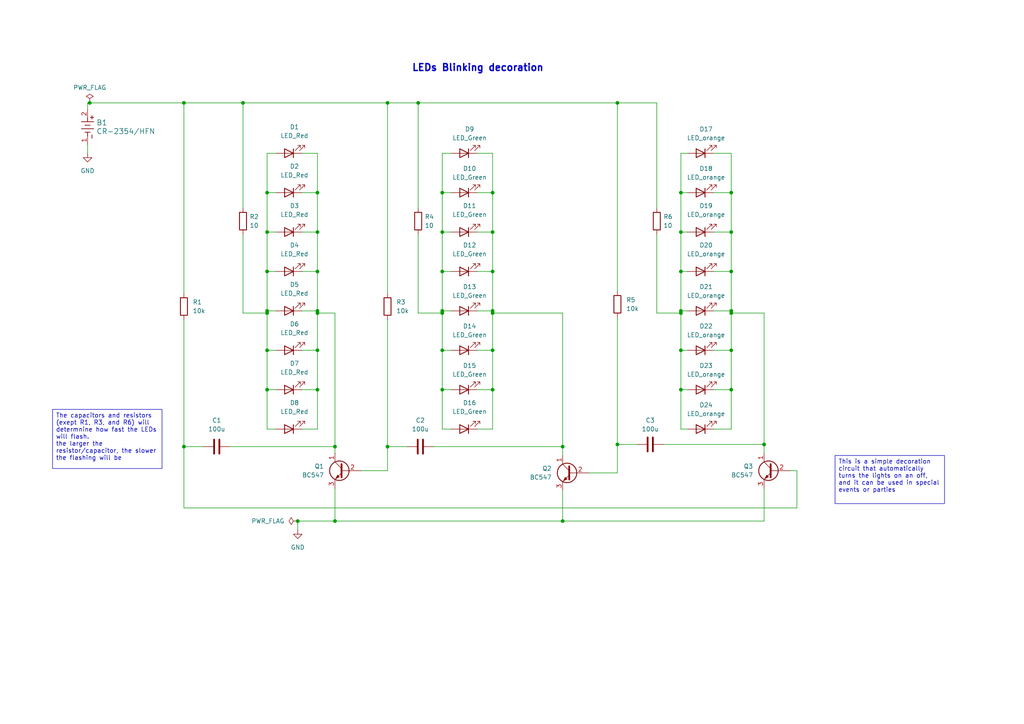
<source format=kicad_sch>
(kicad_sch
	(version 20231120)
	(generator "eeschema")
	(generator_version "8.0")
	(uuid "79e09a33-4e97-4cdb-b1f2-4f3777dc0260")
	(paper "A4")
	(title_block
		(title "LEDs Blinking decoration")
		(date "2024-03-15")
		(rev "1")
		(company "Mohamed Amzi")
	)
	(lib_symbols
		(symbol "CR-2354-HFN:CR-2354_HFN"
			(pin_names
				(offset 0.254)
			)
			(exclude_from_sim no)
			(in_bom yes)
			(on_board yes)
			(property "Reference" "B"
				(at 4.826 3.81 0)
				(effects
					(font
						(size 1.524 1.524)
					)
				)
			)
			(property "Value" "CR-2354/HFN"
				(at 4.826 -3.81 0)
				(effects
					(font
						(size 1.524 1.524)
					)
				)
			)
			(property "Footprint" "BATT_CR-2354-HFN_PAN"
				(at 0 0 0)
				(effects
					(font
						(size 1.27 1.27)
						(italic yes)
					)
					(hide yes)
				)
			)
			(property "Datasheet" "CR-2354/HFN"
				(at 0 0 0)
				(effects
					(font
						(size 1.27 1.27)
						(italic yes)
					)
					(hide yes)
				)
			)
			(property "Description" ""
				(at 0 0 0)
				(effects
					(font
						(size 1.27 1.27)
					)
					(hide yes)
				)
			)
			(property "ki_locked" ""
				(at 0 0 0)
				(effects
					(font
						(size 1.27 1.27)
					)
				)
			)
			(property "ki_keywords" "CR-2354/HFN"
				(at 0 0 0)
				(effects
					(font
						(size 1.27 1.27)
					)
					(hide yes)
				)
			)
			(property "ki_fp_filters" "BATT_CR-2354-HFN_PAN"
				(at 0 0 0)
				(effects
					(font
						(size 1.27 1.27)
					)
					(hide yes)
				)
			)
			(symbol "CR-2354_HFN_0_1"
				(polyline
					(pts
						(xy 1.778 1.27) (xy 2.794 1.27)
					)
					(stroke
						(width 0.2032)
						(type default)
					)
					(fill
						(type none)
					)
				)
				(polyline
					(pts
						(xy 2.286 0.762) (xy 2.286 1.778)
					)
					(stroke
						(width 0.2032)
						(type default)
					)
					(fill
						(type none)
					)
				)
				(polyline
					(pts
						(xy 2.54 0) (xy 3.4798 0)
					)
					(stroke
						(width 0.2032)
						(type default)
					)
					(fill
						(type none)
					)
				)
				(polyline
					(pts
						(xy 3.556 -1.778) (xy 3.556 1.778)
					)
					(stroke
						(width 0.2032)
						(type default)
					)
					(fill
						(type none)
					)
				)
				(polyline
					(pts
						(xy 4.572 0.762) (xy 4.572 -0.762)
					)
					(stroke
						(width 0.2032)
						(type default)
					)
					(fill
						(type none)
					)
				)
				(polyline
					(pts
						(xy 5.588 -1.778) (xy 5.588 1.778)
					)
					(stroke
						(width 0.2032)
						(type default)
					)
					(fill
						(type none)
					)
				)
				(polyline
					(pts
						(xy 6.604 0) (xy 7.62 0)
					)
					(stroke
						(width 0.2032)
						(type default)
					)
					(fill
						(type none)
					)
				)
				(polyline
					(pts
						(xy 6.604 0.762) (xy 6.604 -0.762)
					)
					(stroke
						(width 0.2032)
						(type default)
					)
					(fill
						(type none)
					)
				)
				(polyline
					(pts
						(xy 7.366 1.27) (xy 8.382 1.27)
					)
					(stroke
						(width 0.2032)
						(type default)
					)
					(fill
						(type none)
					)
				)
				(pin unspecified line
					(at 10.16 0 180)
					(length 2.54)
					(name ""
						(effects
							(font
								(size 1.27 1.27)
							)
						)
					)
					(number "1"
						(effects
							(font
								(size 1.27 1.27)
							)
						)
					)
				)
				(pin unspecified line
					(at 0 0 0)
					(length 2.54)
					(name ""
						(effects
							(font
								(size 1.27 1.27)
							)
						)
					)
					(number "2"
						(effects
							(font
								(size 1.27 1.27)
							)
						)
					)
				)
			)
		)
		(symbol "Device:C"
			(pin_numbers hide)
			(pin_names
				(offset 0.254)
			)
			(exclude_from_sim no)
			(in_bom yes)
			(on_board yes)
			(property "Reference" "C"
				(at 0.635 2.54 0)
				(effects
					(font
						(size 1.27 1.27)
					)
					(justify left)
				)
			)
			(property "Value" "C"
				(at 0.635 -2.54 0)
				(effects
					(font
						(size 1.27 1.27)
					)
					(justify left)
				)
			)
			(property "Footprint" ""
				(at 0.9652 -3.81 0)
				(effects
					(font
						(size 1.27 1.27)
					)
					(hide yes)
				)
			)
			(property "Datasheet" "~"
				(at 0 0 0)
				(effects
					(font
						(size 1.27 1.27)
					)
					(hide yes)
				)
			)
			(property "Description" "Unpolarized capacitor"
				(at 0 0 0)
				(effects
					(font
						(size 1.27 1.27)
					)
					(hide yes)
				)
			)
			(property "ki_keywords" "cap capacitor"
				(at 0 0 0)
				(effects
					(font
						(size 1.27 1.27)
					)
					(hide yes)
				)
			)
			(property "ki_fp_filters" "C_*"
				(at 0 0 0)
				(effects
					(font
						(size 1.27 1.27)
					)
					(hide yes)
				)
			)
			(symbol "C_0_1"
				(polyline
					(pts
						(xy -2.032 -0.762) (xy 2.032 -0.762)
					)
					(stroke
						(width 0.508)
						(type default)
					)
					(fill
						(type none)
					)
				)
				(polyline
					(pts
						(xy -2.032 0.762) (xy 2.032 0.762)
					)
					(stroke
						(width 0.508)
						(type default)
					)
					(fill
						(type none)
					)
				)
			)
			(symbol "C_1_1"
				(pin passive line
					(at 0 3.81 270)
					(length 2.794)
					(name "~"
						(effects
							(font
								(size 1.27 1.27)
							)
						)
					)
					(number "1"
						(effects
							(font
								(size 1.27 1.27)
							)
						)
					)
				)
				(pin passive line
					(at 0 -3.81 90)
					(length 2.794)
					(name "~"
						(effects
							(font
								(size 1.27 1.27)
							)
						)
					)
					(number "2"
						(effects
							(font
								(size 1.27 1.27)
							)
						)
					)
				)
			)
		)
		(symbol "Device:LED"
			(pin_numbers hide)
			(pin_names
				(offset 1.016) hide)
			(exclude_from_sim no)
			(in_bom yes)
			(on_board yes)
			(property "Reference" "D"
				(at 0 2.54 0)
				(effects
					(font
						(size 1.27 1.27)
					)
				)
			)
			(property "Value" "LED"
				(at 0 -2.54 0)
				(effects
					(font
						(size 1.27 1.27)
					)
				)
			)
			(property "Footprint" ""
				(at 0 0 0)
				(effects
					(font
						(size 1.27 1.27)
					)
					(hide yes)
				)
			)
			(property "Datasheet" "~"
				(at 0 0 0)
				(effects
					(font
						(size 1.27 1.27)
					)
					(hide yes)
				)
			)
			(property "Description" "Light emitting diode"
				(at 0 0 0)
				(effects
					(font
						(size 1.27 1.27)
					)
					(hide yes)
				)
			)
			(property "ki_keywords" "LED diode"
				(at 0 0 0)
				(effects
					(font
						(size 1.27 1.27)
					)
					(hide yes)
				)
			)
			(property "ki_fp_filters" "LED* LED_SMD:* LED_THT:*"
				(at 0 0 0)
				(effects
					(font
						(size 1.27 1.27)
					)
					(hide yes)
				)
			)
			(symbol "LED_0_1"
				(polyline
					(pts
						(xy -1.27 -1.27) (xy -1.27 1.27)
					)
					(stroke
						(width 0.254)
						(type default)
					)
					(fill
						(type none)
					)
				)
				(polyline
					(pts
						(xy -1.27 0) (xy 1.27 0)
					)
					(stroke
						(width 0)
						(type default)
					)
					(fill
						(type none)
					)
				)
				(polyline
					(pts
						(xy 1.27 -1.27) (xy 1.27 1.27) (xy -1.27 0) (xy 1.27 -1.27)
					)
					(stroke
						(width 0.254)
						(type default)
					)
					(fill
						(type none)
					)
				)
				(polyline
					(pts
						(xy -3.048 -0.762) (xy -4.572 -2.286) (xy -3.81 -2.286) (xy -4.572 -2.286) (xy -4.572 -1.524)
					)
					(stroke
						(width 0)
						(type default)
					)
					(fill
						(type none)
					)
				)
				(polyline
					(pts
						(xy -1.778 -0.762) (xy -3.302 -2.286) (xy -2.54 -2.286) (xy -3.302 -2.286) (xy -3.302 -1.524)
					)
					(stroke
						(width 0)
						(type default)
					)
					(fill
						(type none)
					)
				)
			)
			(symbol "LED_1_1"
				(pin passive line
					(at -3.81 0 0)
					(length 2.54)
					(name "K"
						(effects
							(font
								(size 1.27 1.27)
							)
						)
					)
					(number "1"
						(effects
							(font
								(size 1.27 1.27)
							)
						)
					)
				)
				(pin passive line
					(at 3.81 0 180)
					(length 2.54)
					(name "A"
						(effects
							(font
								(size 1.27 1.27)
							)
						)
					)
					(number "2"
						(effects
							(font
								(size 1.27 1.27)
							)
						)
					)
				)
			)
		)
		(symbol "Device:R"
			(pin_numbers hide)
			(pin_names
				(offset 0)
			)
			(exclude_from_sim no)
			(in_bom yes)
			(on_board yes)
			(property "Reference" "R"
				(at 2.032 0 90)
				(effects
					(font
						(size 1.27 1.27)
					)
				)
			)
			(property "Value" "R"
				(at 0 0 90)
				(effects
					(font
						(size 1.27 1.27)
					)
				)
			)
			(property "Footprint" ""
				(at -1.778 0 90)
				(effects
					(font
						(size 1.27 1.27)
					)
					(hide yes)
				)
			)
			(property "Datasheet" "~"
				(at 0 0 0)
				(effects
					(font
						(size 1.27 1.27)
					)
					(hide yes)
				)
			)
			(property "Description" "Resistor"
				(at 0 0 0)
				(effects
					(font
						(size 1.27 1.27)
					)
					(hide yes)
				)
			)
			(property "ki_keywords" "R res resistor"
				(at 0 0 0)
				(effects
					(font
						(size 1.27 1.27)
					)
					(hide yes)
				)
			)
			(property "ki_fp_filters" "R_*"
				(at 0 0 0)
				(effects
					(font
						(size 1.27 1.27)
					)
					(hide yes)
				)
			)
			(symbol "R_0_1"
				(rectangle
					(start -1.016 -2.54)
					(end 1.016 2.54)
					(stroke
						(width 0.254)
						(type default)
					)
					(fill
						(type none)
					)
				)
			)
			(symbol "R_1_1"
				(pin passive line
					(at 0 3.81 270)
					(length 1.27)
					(name "~"
						(effects
							(font
								(size 1.27 1.27)
							)
						)
					)
					(number "1"
						(effects
							(font
								(size 1.27 1.27)
							)
						)
					)
				)
				(pin passive line
					(at 0 -3.81 90)
					(length 1.27)
					(name "~"
						(effects
							(font
								(size 1.27 1.27)
							)
						)
					)
					(number "2"
						(effects
							(font
								(size 1.27 1.27)
							)
						)
					)
				)
			)
		)
		(symbol "Transistor_BJT:BC547"
			(pin_names
				(offset 0) hide)
			(exclude_from_sim no)
			(in_bom yes)
			(on_board yes)
			(property "Reference" "Q"
				(at 5.08 1.905 0)
				(effects
					(font
						(size 1.27 1.27)
					)
					(justify left)
				)
			)
			(property "Value" "BC547"
				(at 5.08 0 0)
				(effects
					(font
						(size 1.27 1.27)
					)
					(justify left)
				)
			)
			(property "Footprint" "Package_TO_SOT_THT:TO-92_Inline"
				(at 5.08 -1.905 0)
				(effects
					(font
						(size 1.27 1.27)
						(italic yes)
					)
					(justify left)
					(hide yes)
				)
			)
			(property "Datasheet" "https://www.onsemi.com/pub/Collateral/BC550-D.pdf"
				(at 0 0 0)
				(effects
					(font
						(size 1.27 1.27)
					)
					(justify left)
					(hide yes)
				)
			)
			(property "Description" "0.1A Ic, 45V Vce, Small Signal NPN Transistor, TO-92"
				(at 0 0 0)
				(effects
					(font
						(size 1.27 1.27)
					)
					(hide yes)
				)
			)
			(property "ki_keywords" "NPN Transistor"
				(at 0 0 0)
				(effects
					(font
						(size 1.27 1.27)
					)
					(hide yes)
				)
			)
			(property "ki_fp_filters" "TO?92*"
				(at 0 0 0)
				(effects
					(font
						(size 1.27 1.27)
					)
					(hide yes)
				)
			)
			(symbol "BC547_0_1"
				(polyline
					(pts
						(xy 0 0) (xy 0.635 0)
					)
					(stroke
						(width 0)
						(type default)
					)
					(fill
						(type none)
					)
				)
				(polyline
					(pts
						(xy 0.635 0.635) (xy 2.54 2.54)
					)
					(stroke
						(width 0)
						(type default)
					)
					(fill
						(type none)
					)
				)
				(polyline
					(pts
						(xy 0.635 -0.635) (xy 2.54 -2.54) (xy 2.54 -2.54)
					)
					(stroke
						(width 0)
						(type default)
					)
					(fill
						(type none)
					)
				)
				(polyline
					(pts
						(xy 0.635 1.905) (xy 0.635 -1.905) (xy 0.635 -1.905)
					)
					(stroke
						(width 0.508)
						(type default)
					)
					(fill
						(type none)
					)
				)
				(polyline
					(pts
						(xy 1.27 -1.778) (xy 1.778 -1.27) (xy 2.286 -2.286) (xy 1.27 -1.778) (xy 1.27 -1.778)
					)
					(stroke
						(width 0)
						(type default)
					)
					(fill
						(type outline)
					)
				)
				(circle
					(center 1.27 0)
					(radius 2.8194)
					(stroke
						(width 0.254)
						(type default)
					)
					(fill
						(type none)
					)
				)
			)
			(symbol "BC547_1_1"
				(pin passive line
					(at 2.54 5.08 270)
					(length 2.54)
					(name "C"
						(effects
							(font
								(size 1.27 1.27)
							)
						)
					)
					(number "1"
						(effects
							(font
								(size 1.27 1.27)
							)
						)
					)
				)
				(pin input line
					(at -5.08 0 0)
					(length 5.08)
					(name "B"
						(effects
							(font
								(size 1.27 1.27)
							)
						)
					)
					(number "2"
						(effects
							(font
								(size 1.27 1.27)
							)
						)
					)
				)
				(pin passive line
					(at 2.54 -5.08 90)
					(length 2.54)
					(name "E"
						(effects
							(font
								(size 1.27 1.27)
							)
						)
					)
					(number "3"
						(effects
							(font
								(size 1.27 1.27)
							)
						)
					)
				)
			)
		)
		(symbol "power:GND"
			(power)
			(pin_names
				(offset 0)
			)
			(exclude_from_sim no)
			(in_bom yes)
			(on_board yes)
			(property "Reference" "#PWR"
				(at 0 -6.35 0)
				(effects
					(font
						(size 1.27 1.27)
					)
					(hide yes)
				)
			)
			(property "Value" "GND"
				(at 0 -3.81 0)
				(effects
					(font
						(size 1.27 1.27)
					)
				)
			)
			(property "Footprint" ""
				(at 0 0 0)
				(effects
					(font
						(size 1.27 1.27)
					)
					(hide yes)
				)
			)
			(property "Datasheet" ""
				(at 0 0 0)
				(effects
					(font
						(size 1.27 1.27)
					)
					(hide yes)
				)
			)
			(property "Description" "Power symbol creates a global label with name \"GND\" , ground"
				(at 0 0 0)
				(effects
					(font
						(size 1.27 1.27)
					)
					(hide yes)
				)
			)
			(property "ki_keywords" "global power"
				(at 0 0 0)
				(effects
					(font
						(size 1.27 1.27)
					)
					(hide yes)
				)
			)
			(symbol "GND_0_1"
				(polyline
					(pts
						(xy 0 0) (xy 0 -1.27) (xy 1.27 -1.27) (xy 0 -2.54) (xy -1.27 -1.27) (xy 0 -1.27)
					)
					(stroke
						(width 0)
						(type default)
					)
					(fill
						(type none)
					)
				)
			)
			(symbol "GND_1_1"
				(pin power_in line
					(at 0 0 270)
					(length 0) hide
					(name "GND"
						(effects
							(font
								(size 1.27 1.27)
							)
						)
					)
					(number "1"
						(effects
							(font
								(size 1.27 1.27)
							)
						)
					)
				)
			)
		)
		(symbol "power:PWR_FLAG"
			(power)
			(pin_numbers hide)
			(pin_names
				(offset 0) hide)
			(exclude_from_sim no)
			(in_bom yes)
			(on_board yes)
			(property "Reference" "#FLG"
				(at 0 1.905 0)
				(effects
					(font
						(size 1.27 1.27)
					)
					(hide yes)
				)
			)
			(property "Value" "PWR_FLAG"
				(at 0 3.81 0)
				(effects
					(font
						(size 1.27 1.27)
					)
				)
			)
			(property "Footprint" ""
				(at 0 0 0)
				(effects
					(font
						(size 1.27 1.27)
					)
					(hide yes)
				)
			)
			(property "Datasheet" "~"
				(at 0 0 0)
				(effects
					(font
						(size 1.27 1.27)
					)
					(hide yes)
				)
			)
			(property "Description" "Special symbol for telling ERC where power comes from"
				(at 0 0 0)
				(effects
					(font
						(size 1.27 1.27)
					)
					(hide yes)
				)
			)
			(property "ki_keywords" "flag power"
				(at 0 0 0)
				(effects
					(font
						(size 1.27 1.27)
					)
					(hide yes)
				)
			)
			(symbol "PWR_FLAG_0_0"
				(pin power_out line
					(at 0 0 90)
					(length 0)
					(name "pwr"
						(effects
							(font
								(size 1.27 1.27)
							)
						)
					)
					(number "1"
						(effects
							(font
								(size 1.27 1.27)
							)
						)
					)
				)
			)
			(symbol "PWR_FLAG_0_1"
				(polyline
					(pts
						(xy 0 0) (xy 0 1.27) (xy -1.016 1.905) (xy 0 2.54) (xy 1.016 1.905) (xy 0 1.27)
					)
					(stroke
						(width 0)
						(type default)
					)
					(fill
						(type none)
					)
				)
			)
		)
	)
	(junction
		(at 142.875 90.805)
		(diameter 0)
		(color 0 0 0 0)
		(uuid "0c61b06c-7b2c-442f-8f90-2e33001a36a7")
	)
	(junction
		(at 197.485 90.805)
		(diameter 0)
		(color 0 0 0 0)
		(uuid "106e812b-6a31-4a3d-bb23-1285f6f44882")
	)
	(junction
		(at 212.09 55.88)
		(diameter 0)
		(color 0 0 0 0)
		(uuid "13b83734-963c-49ed-909c-acfea6132ed4")
	)
	(junction
		(at 128.27 101.6)
		(diameter 0)
		(color 0 0 0 0)
		(uuid "1cf51026-9ef3-46c6-9db6-e46c62fda1d8")
	)
	(junction
		(at 142.875 90.17)
		(diameter 0)
		(color 0 0 0 0)
		(uuid "265ed4b3-a704-4866-9fab-773047271209")
	)
	(junction
		(at 92.075 67.31)
		(diameter 0)
		(color 0 0 0 0)
		(uuid "3566bd3a-66d5-4603-a0d5-43ea459d32ea")
	)
	(junction
		(at 77.47 78.74)
		(diameter 0)
		(color 0 0 0 0)
		(uuid "37f4aeef-9fd3-46c4-ad13-38e4264336b4")
	)
	(junction
		(at 53.34 29.845)
		(diameter 0)
		(color 0 0 0 0)
		(uuid "3eac31bb-4c0e-45cb-b5ef-67c68f054d2e")
	)
	(junction
		(at 77.47 67.31)
		(diameter 0)
		(color 0 0 0 0)
		(uuid "45e2d5b7-2539-48d0-89c6-9ec5232fe67d")
	)
	(junction
		(at 92.075 55.88)
		(diameter 0)
		(color 0 0 0 0)
		(uuid "494715c9-a0d9-4e57-b31b-cd8e209ae8fa")
	)
	(junction
		(at 197.485 78.74)
		(diameter 0)
		(color 0 0 0 0)
		(uuid "4d5e07fb-8720-4340-b1ef-c88bec4f106d")
	)
	(junction
		(at 142.875 67.31)
		(diameter 0)
		(color 0 0 0 0)
		(uuid "54d4a9ce-dfa8-4932-852b-519fa60d65b0")
	)
	(junction
		(at 163.195 151.13)
		(diameter 0)
		(color 0 0 0 0)
		(uuid "57bd9bb8-1c47-458f-8949-05b9cec41ad6")
	)
	(junction
		(at 163.195 129.54)
		(diameter 0)
		(color 0 0 0 0)
		(uuid "588bd474-0fb0-49a9-b319-40ecdb0f5450")
	)
	(junction
		(at 197.485 101.6)
		(diameter 0)
		(color 0 0 0 0)
		(uuid "5b6913cc-06ba-47ba-96c0-82b1400fafd5")
	)
	(junction
		(at 121.285 29.845)
		(diameter 0)
		(color 0 0 0 0)
		(uuid "5ea9ec6e-f32e-44bc-903d-66d736bb918a")
	)
	(junction
		(at 112.395 129.54)
		(diameter 0)
		(color 0 0 0 0)
		(uuid "5ec52b89-9a84-442a-aaae-83bb86053bdd")
	)
	(junction
		(at 86.36 151.13)
		(diameter 0)
		(color 0 0 0 0)
		(uuid "61b67719-acbd-4465-acd9-c5a817c3b182")
	)
	(junction
		(at 212.09 90.17)
		(diameter 0)
		(color 0 0 0 0)
		(uuid "655e0f51-ee1e-44b6-87a7-2605bd558ce4")
	)
	(junction
		(at 92.075 90.805)
		(diameter 0)
		(color 0 0 0 0)
		(uuid "67980b3f-0e46-413f-8523-e795070aa0d9")
	)
	(junction
		(at 77.47 55.88)
		(diameter 0)
		(color 0 0 0 0)
		(uuid "6aff1246-be52-42fe-b64a-afc78a552227")
	)
	(junction
		(at 212.09 90.805)
		(diameter 0)
		(color 0 0 0 0)
		(uuid "7c33064d-5753-472d-b322-acb67caf3234")
	)
	(junction
		(at 128.27 67.31)
		(diameter 0)
		(color 0 0 0 0)
		(uuid "7cd6c6a0-d7b6-4499-8860-dbf46849df92")
	)
	(junction
		(at 92.075 113.03)
		(diameter 0)
		(color 0 0 0 0)
		(uuid "7e9afdcb-dcbf-49c9-85d8-4a0f8924639d")
	)
	(junction
		(at 179.07 29.845)
		(diameter 0)
		(color 0 0 0 0)
		(uuid "8229010b-7c0a-480c-854d-e2a01fda09a6")
	)
	(junction
		(at 70.485 29.845)
		(diameter 0)
		(color 0 0 0 0)
		(uuid "82d8e92e-3732-4c16-80f9-a9e709640d1c")
	)
	(junction
		(at 128.27 55.88)
		(diameter 0)
		(color 0 0 0 0)
		(uuid "87b8e4fd-9f5b-4c40-883c-e89062074015")
	)
	(junction
		(at 142.875 113.03)
		(diameter 0)
		(color 0 0 0 0)
		(uuid "882d9325-f16c-4175-b053-fbe4e7c49aa0")
	)
	(junction
		(at 77.47 113.03)
		(diameter 0)
		(color 0 0 0 0)
		(uuid "9212aa95-a554-47fc-a386-806615717cdf")
	)
	(junction
		(at 53.34 129.54)
		(diameter 0)
		(color 0 0 0 0)
		(uuid "95062ea2-1032-4fb7-8d96-40020b966df1")
	)
	(junction
		(at 128.27 113.03)
		(diameter 0)
		(color 0 0 0 0)
		(uuid "9759b292-a0f0-44b2-bde4-3e2752fe0c10")
	)
	(junction
		(at 92.075 90.17)
		(diameter 0)
		(color 0 0 0 0)
		(uuid "97f6ad17-eb14-42bd-8812-57468f00b9e1")
	)
	(junction
		(at 92.075 101.6)
		(diameter 0)
		(color 0 0 0 0)
		(uuid "9f3c9fe8-3381-4afd-9518-92cbd6052906")
	)
	(junction
		(at 77.47 90.805)
		(diameter 0)
		(color 0 0 0 0)
		(uuid "acd1bb7d-eeab-4e4e-97e0-a005ec46ca0a")
	)
	(junction
		(at 197.485 55.88)
		(diameter 0)
		(color 0 0 0 0)
		(uuid "ae16772a-2489-40f1-a143-d71cac0e522e")
	)
	(junction
		(at 128.27 78.74)
		(diameter 0)
		(color 0 0 0 0)
		(uuid "b1250190-30bf-47cd-8320-6e908722a958")
	)
	(junction
		(at 212.09 113.03)
		(diameter 0)
		(color 0 0 0 0)
		(uuid "b5bab43f-b1b0-4078-8a5c-9e3901e347a5")
	)
	(junction
		(at 142.875 78.74)
		(diameter 0)
		(color 0 0 0 0)
		(uuid "b8491edd-a7f9-439d-ac7c-71d1b974817a")
	)
	(junction
		(at 112.395 29.845)
		(diameter 0)
		(color 0 0 0 0)
		(uuid "b8604a79-a589-409e-bbe3-48cfadcd05e9")
	)
	(junction
		(at 142.875 55.88)
		(diameter 0)
		(color 0 0 0 0)
		(uuid "b8f06ee0-d5a6-4513-84ff-7d2deb0ca0b6")
	)
	(junction
		(at 197.485 67.31)
		(diameter 0)
		(color 0 0 0 0)
		(uuid "bad0ab74-3e23-4ea1-b7a3-339f32d9aabd")
	)
	(junction
		(at 92.075 78.74)
		(diameter 0)
		(color 0 0 0 0)
		(uuid "c36f92a8-20ee-4959-b125-396ede3f8482")
	)
	(junction
		(at 97.155 129.54)
		(diameter 0)
		(color 0 0 0 0)
		(uuid "c74859ad-9137-4923-b0dc-45e40d218feb")
	)
	(junction
		(at 212.09 78.74)
		(diameter 0)
		(color 0 0 0 0)
		(uuid "cb4c8792-7585-462a-ab37-c1e6c9370fe8")
	)
	(junction
		(at 128.27 90.805)
		(diameter 0)
		(color 0 0 0 0)
		(uuid "d1195d0f-4dd9-4991-9bde-dbab030ee407")
	)
	(junction
		(at 128.27 90.17)
		(diameter 0)
		(color 0 0 0 0)
		(uuid "d55c943e-9984-416f-a3d4-9ebffbbb5694")
	)
	(junction
		(at 212.09 67.31)
		(diameter 0)
		(color 0 0 0 0)
		(uuid "da319482-f5ba-4bd5-bfcf-939b4f0ab76e")
	)
	(junction
		(at 26.035 29.845)
		(diameter 0)
		(color 0 0 0 0)
		(uuid "de050e6e-c879-4182-9bb9-fb16f314355a")
	)
	(junction
		(at 77.47 90.17)
		(diameter 0)
		(color 0 0 0 0)
		(uuid "e0800aa9-b596-4130-91fe-5ae8a0f99e42")
	)
	(junction
		(at 142.875 101.6)
		(diameter 0)
		(color 0 0 0 0)
		(uuid "e1144e40-3c30-452c-b037-631c91bcd7d5")
	)
	(junction
		(at 197.485 90.17)
		(diameter 0)
		(color 0 0 0 0)
		(uuid "e1357b4b-96c2-4ded-b4d2-5bdf2de2902b")
	)
	(junction
		(at 97.155 151.13)
		(diameter 0)
		(color 0 0 0 0)
		(uuid "e31f60e9-b8a1-40c3-bfc9-debb1bbbbe82")
	)
	(junction
		(at 179.07 128.905)
		(diameter 0)
		(color 0 0 0 0)
		(uuid "e66ee8e1-b008-4712-b8d3-4d518749f68d")
	)
	(junction
		(at 197.485 113.03)
		(diameter 0)
		(color 0 0 0 0)
		(uuid "ea5d0d5d-6b31-49e2-bb8d-709efc6f6794")
	)
	(junction
		(at 77.47 101.6)
		(diameter 0)
		(color 0 0 0 0)
		(uuid "ed785263-530a-466f-ad7a-a8dbe0317ac4")
	)
	(junction
		(at 221.615 128.905)
		(diameter 0)
		(color 0 0 0 0)
		(uuid "f5d540b3-c482-4701-a430-05056ee27dae")
	)
	(junction
		(at 212.09 101.6)
		(diameter 0)
		(color 0 0 0 0)
		(uuid "ff3bc4f6-e5a4-4d44-a48b-00192fac4dfd")
	)
	(wire
		(pts
			(xy 163.195 151.13) (xy 221.615 151.13)
		)
		(stroke
			(width 0)
			(type default)
		)
		(uuid "07e56471-8a2c-4e8f-accd-185e6033abf2")
	)
	(wire
		(pts
			(xy 190.5 29.845) (xy 179.07 29.845)
		)
		(stroke
			(width 0)
			(type default)
		)
		(uuid "0b3212ee-53d9-4760-82f8-1b7ec8eca908")
	)
	(wire
		(pts
			(xy 231.14 136.525) (xy 229.235 136.525)
		)
		(stroke
			(width 0)
			(type default)
		)
		(uuid "0e1f264d-559d-47c5-a590-e7060933b922")
	)
	(wire
		(pts
			(xy 197.485 113.03) (xy 199.39 113.03)
		)
		(stroke
			(width 0)
			(type default)
		)
		(uuid "0f496a42-122c-42a2-8702-f586dc58fd45")
	)
	(wire
		(pts
			(xy 212.09 67.31) (xy 212.09 78.74)
		)
		(stroke
			(width 0)
			(type default)
		)
		(uuid "111a18fe-e71e-436c-a6d5-1571627cc587")
	)
	(wire
		(pts
			(xy 112.395 129.54) (xy 118.11 129.54)
		)
		(stroke
			(width 0)
			(type default)
		)
		(uuid "12d42474-ec7a-4167-8365-bfa87f6a02d4")
	)
	(wire
		(pts
			(xy 92.075 44.45) (xy 92.075 55.88)
		)
		(stroke
			(width 0)
			(type default)
		)
		(uuid "169fab18-31b2-4a18-a7c5-ba237f6f466c")
	)
	(wire
		(pts
			(xy 77.47 101.6) (xy 80.01 101.6)
		)
		(stroke
			(width 0)
			(type default)
		)
		(uuid "1c8137fb-8390-4dfa-a6a3-5bb16d9f95c4")
	)
	(wire
		(pts
			(xy 212.09 55.88) (xy 212.09 67.31)
		)
		(stroke
			(width 0)
			(type default)
		)
		(uuid "1e3c91e0-1e06-4693-a0a8-338b7f80876c")
	)
	(wire
		(pts
			(xy 80.01 55.88) (xy 77.47 55.88)
		)
		(stroke
			(width 0)
			(type default)
		)
		(uuid "1e89a724-bca7-4068-860f-78b90f5420aa")
	)
	(wire
		(pts
			(xy 197.485 101.6) (xy 199.39 101.6)
		)
		(stroke
			(width 0)
			(type default)
		)
		(uuid "1f55cff1-c782-4a3c-9a6e-b6c00ccffb54")
	)
	(wire
		(pts
			(xy 97.155 151.13) (xy 163.195 151.13)
		)
		(stroke
			(width 0)
			(type default)
		)
		(uuid "222cfd97-ba3e-4ca5-967b-3a5fc12e29e8")
	)
	(wire
		(pts
			(xy 197.485 55.88) (xy 197.485 67.31)
		)
		(stroke
			(width 0)
			(type default)
		)
		(uuid "22ac8c48-28d4-4379-81a4-a9b8a161dbba")
	)
	(wire
		(pts
			(xy 87.63 90.17) (xy 92.075 90.17)
		)
		(stroke
			(width 0)
			(type default)
		)
		(uuid "2388d4ac-0606-4a3b-96e8-0190cb300eca")
	)
	(wire
		(pts
			(xy 163.195 129.54) (xy 163.195 132.08)
		)
		(stroke
			(width 0)
			(type default)
		)
		(uuid "2bcb72f0-5732-485e-94be-c27347a4b7df")
	)
	(wire
		(pts
			(xy 212.09 44.45) (xy 212.09 55.88)
		)
		(stroke
			(width 0)
			(type default)
		)
		(uuid "2bf10e2a-17e3-44dc-8019-0461b52cbd2b")
	)
	(wire
		(pts
			(xy 197.485 124.46) (xy 199.39 124.46)
		)
		(stroke
			(width 0)
			(type default)
		)
		(uuid "2e4ec95a-3188-4a00-ac70-ad1f3b4de5e3")
	)
	(wire
		(pts
			(xy 87.63 78.74) (xy 92.075 78.74)
		)
		(stroke
			(width 0)
			(type default)
		)
		(uuid "2fa35c37-d3c3-4f9f-9ecb-18d26ec6b9ec")
	)
	(wire
		(pts
			(xy 77.47 90.805) (xy 77.47 101.6)
		)
		(stroke
			(width 0)
			(type default)
		)
		(uuid "313bf82e-3554-4d75-bf91-8859f87ed101")
	)
	(wire
		(pts
			(xy 190.5 60.325) (xy 190.5 29.845)
		)
		(stroke
			(width 0)
			(type default)
		)
		(uuid "31d7bade-82ba-4068-ae93-e40d8b5d6a4a")
	)
	(wire
		(pts
			(xy 128.27 44.45) (xy 128.27 55.88)
		)
		(stroke
			(width 0)
			(type default)
		)
		(uuid "31f8f54c-b75a-43e6-9b68-e0cd57e5fdf6")
	)
	(wire
		(pts
			(xy 70.485 90.805) (xy 77.47 90.805)
		)
		(stroke
			(width 0)
			(type default)
		)
		(uuid "3399e352-c838-4fd5-a375-4ba65ffcd4a6")
	)
	(wire
		(pts
			(xy 142.875 67.31) (xy 142.875 78.74)
		)
		(stroke
			(width 0)
			(type default)
		)
		(uuid "347fe734-1ca6-4cce-a557-6f5f74b0136c")
	)
	(wire
		(pts
			(xy 212.09 90.17) (xy 212.09 90.805)
		)
		(stroke
			(width 0)
			(type default)
		)
		(uuid "36f3f9dc-9994-43ea-9bb0-e8f59bc6fedd")
	)
	(wire
		(pts
			(xy 128.27 90.17) (xy 130.81 90.17)
		)
		(stroke
			(width 0)
			(type default)
		)
		(uuid "3749c45b-1926-43bb-894b-9d796cf9d109")
	)
	(wire
		(pts
			(xy 77.47 90.17) (xy 80.01 90.17)
		)
		(stroke
			(width 0)
			(type default)
		)
		(uuid "37b5bc14-b07f-48fd-a19d-3882f0d1d393")
	)
	(wire
		(pts
			(xy 92.075 90.805) (xy 97.155 90.805)
		)
		(stroke
			(width 0)
			(type default)
		)
		(uuid "3be8d7ba-1da7-4095-bb23-6abc35711aae")
	)
	(wire
		(pts
			(xy 92.075 101.6) (xy 92.075 113.03)
		)
		(stroke
			(width 0)
			(type default)
		)
		(uuid "3ca87277-447f-40f2-8bf8-84b0f89f9f24")
	)
	(wire
		(pts
			(xy 142.875 90.805) (xy 142.875 101.6)
		)
		(stroke
			(width 0)
			(type default)
		)
		(uuid "3d17a09f-d764-4328-8841-4c6fec998643")
	)
	(wire
		(pts
			(xy 142.875 101.6) (xy 142.875 113.03)
		)
		(stroke
			(width 0)
			(type default)
		)
		(uuid "3dd00aa7-522e-4575-99bd-cd0c3948b1a0")
	)
	(wire
		(pts
			(xy 121.285 90.805) (xy 128.27 90.805)
		)
		(stroke
			(width 0)
			(type default)
		)
		(uuid "3e161a53-0c37-4d2c-8dc7-4722b0cdb456")
	)
	(wire
		(pts
			(xy 163.195 90.805) (xy 163.195 129.54)
		)
		(stroke
			(width 0)
			(type default)
		)
		(uuid "3f52f448-a200-4188-b902-7928e9e15cf3")
	)
	(wire
		(pts
			(xy 87.63 44.45) (xy 92.075 44.45)
		)
		(stroke
			(width 0)
			(type default)
		)
		(uuid "4238f0c4-d34b-4d63-9bc1-78d28148c36c")
	)
	(wire
		(pts
			(xy 212.09 124.46) (xy 207.01 124.46)
		)
		(stroke
			(width 0)
			(type default)
		)
		(uuid "43d12f62-1c54-4f89-bf19-ea2d9931fa4e")
	)
	(wire
		(pts
			(xy 138.43 90.17) (xy 142.875 90.17)
		)
		(stroke
			(width 0)
			(type default)
		)
		(uuid "4486ed6a-ae56-45cc-9714-9d15a1924415")
	)
	(wire
		(pts
			(xy 128.27 113.03) (xy 128.27 124.46)
		)
		(stroke
			(width 0)
			(type default)
		)
		(uuid "451eee97-e935-4d80-8a9b-c661377584b2")
	)
	(wire
		(pts
			(xy 77.47 124.46) (xy 80.01 124.46)
		)
		(stroke
			(width 0)
			(type default)
		)
		(uuid "45e17e8c-fae0-4e61-b88d-b46f07ee643b")
	)
	(wire
		(pts
			(xy 26.035 29.845) (xy 53.34 29.845)
		)
		(stroke
			(width 0)
			(type default)
		)
		(uuid "470a8475-7917-4ede-a802-4a3f4f40b4ac")
	)
	(wire
		(pts
			(xy 92.075 124.46) (xy 87.63 124.46)
		)
		(stroke
			(width 0)
			(type default)
		)
		(uuid "4a23db3b-4e95-415e-ad74-58ee7b813b83")
	)
	(wire
		(pts
			(xy 128.27 55.88) (xy 128.27 67.31)
		)
		(stroke
			(width 0)
			(type default)
		)
		(uuid "4ada2946-2532-4c2a-9e8f-26b58b99ab64")
	)
	(wire
		(pts
			(xy 53.34 129.54) (xy 53.34 147.32)
		)
		(stroke
			(width 0)
			(type default)
		)
		(uuid "4af8238a-5387-4ce0-918f-42ff3de5e279")
	)
	(wire
		(pts
			(xy 197.485 113.03) (xy 197.485 124.46)
		)
		(stroke
			(width 0)
			(type default)
		)
		(uuid "4cdf4f15-2d2e-419c-b56f-fb5da762ccb1")
	)
	(wire
		(pts
			(xy 207.01 67.31) (xy 212.09 67.31)
		)
		(stroke
			(width 0)
			(type default)
		)
		(uuid "4dadd5aa-b53f-4563-9cfa-db910b9dc86a")
	)
	(wire
		(pts
			(xy 179.07 128.905) (xy 184.785 128.905)
		)
		(stroke
			(width 0)
			(type default)
		)
		(uuid "4ffe4347-c714-49a3-9c02-4b90a7988d2c")
	)
	(wire
		(pts
			(xy 112.395 136.525) (xy 112.395 129.54)
		)
		(stroke
			(width 0)
			(type default)
		)
		(uuid "5361c8e2-df2d-46b1-aa32-cda4b23ed858")
	)
	(wire
		(pts
			(xy 138.43 113.03) (xy 142.875 113.03)
		)
		(stroke
			(width 0)
			(type default)
		)
		(uuid "5569f37e-d463-4203-9db3-611a2662d104")
	)
	(wire
		(pts
			(xy 121.285 67.945) (xy 121.285 90.805)
		)
		(stroke
			(width 0)
			(type default)
		)
		(uuid "5629c15b-48fd-4c4d-98a0-c0a747b1515f")
	)
	(wire
		(pts
			(xy 97.155 129.54) (xy 97.155 131.445)
		)
		(stroke
			(width 0)
			(type default)
		)
		(uuid "5947e884-23f1-4fa8-9546-237e231566ae")
	)
	(wire
		(pts
			(xy 92.075 90.805) (xy 92.075 101.6)
		)
		(stroke
			(width 0)
			(type default)
		)
		(uuid "5be3056d-ef0d-4221-a8bb-21b3d6bd172b")
	)
	(wire
		(pts
			(xy 92.075 90.17) (xy 92.075 90.805)
		)
		(stroke
			(width 0)
			(type default)
		)
		(uuid "5bf915e0-24b0-454d-af48-11f18e532e69")
	)
	(wire
		(pts
			(xy 87.63 101.6) (xy 92.075 101.6)
		)
		(stroke
			(width 0)
			(type default)
		)
		(uuid "5d2be20c-8d95-4c87-a174-2c09863ad5f4")
	)
	(wire
		(pts
			(xy 80.01 67.31) (xy 77.47 67.31)
		)
		(stroke
			(width 0)
			(type default)
		)
		(uuid "61a0171b-0282-4b4b-8966-9ea273e8345d")
	)
	(wire
		(pts
			(xy 142.875 90.17) (xy 142.875 90.805)
		)
		(stroke
			(width 0)
			(type default)
		)
		(uuid "61df2d04-fe9d-4a56-bf4b-cdd2a27248b8")
	)
	(wire
		(pts
			(xy 112.395 29.845) (xy 112.395 85.09)
		)
		(stroke
			(width 0)
			(type default)
		)
		(uuid "626018cf-5f12-4d5b-901e-af0486ae532f")
	)
	(wire
		(pts
			(xy 112.395 92.71) (xy 112.395 129.54)
		)
		(stroke
			(width 0)
			(type default)
		)
		(uuid "63597fa8-9ff4-4994-ba60-b4092c7d40b4")
	)
	(wire
		(pts
			(xy 138.43 55.88) (xy 142.875 55.88)
		)
		(stroke
			(width 0)
			(type default)
		)
		(uuid "6491d784-27db-4662-ad19-cd634bc0d04e")
	)
	(wire
		(pts
			(xy 25.4 41.91) (xy 25.4 44.45)
		)
		(stroke
			(width 0)
			(type default)
		)
		(uuid "6517a5f2-8735-4f5c-b890-03d3c6eb0464")
	)
	(wire
		(pts
			(xy 128.27 113.03) (xy 130.81 113.03)
		)
		(stroke
			(width 0)
			(type default)
		)
		(uuid "652b53ef-2246-4595-8d8e-ebd00cca6e16")
	)
	(wire
		(pts
			(xy 128.27 78.74) (xy 128.27 90.17)
		)
		(stroke
			(width 0)
			(type default)
		)
		(uuid "6646266a-82de-4705-b9dc-fef043139350")
	)
	(wire
		(pts
			(xy 138.43 44.45) (xy 142.875 44.45)
		)
		(stroke
			(width 0)
			(type default)
		)
		(uuid "66a39852-b962-4732-b22a-91ee88d95610")
	)
	(wire
		(pts
			(xy 87.63 55.88) (xy 92.075 55.88)
		)
		(stroke
			(width 0)
			(type default)
		)
		(uuid "66e8d4d8-abd5-410d-9480-7945d6850397")
	)
	(wire
		(pts
			(xy 142.875 124.46) (xy 138.43 124.46)
		)
		(stroke
			(width 0)
			(type default)
		)
		(uuid "68556560-2415-4a03-9c03-cd799aa0222a")
	)
	(wire
		(pts
			(xy 130.81 78.74) (xy 128.27 78.74)
		)
		(stroke
			(width 0)
			(type default)
		)
		(uuid "69f677fc-eb05-4dc8-8d41-11d77e2b6143")
	)
	(wire
		(pts
			(xy 212.09 90.805) (xy 212.09 101.6)
		)
		(stroke
			(width 0)
			(type default)
		)
		(uuid "6a89312b-a529-4d4c-97c0-3c42a2f5761b")
	)
	(wire
		(pts
			(xy 192.405 128.905) (xy 221.615 128.905)
		)
		(stroke
			(width 0)
			(type default)
		)
		(uuid "6dc62cb9-46c4-4eb0-8aca-bdf7f3364ce2")
	)
	(wire
		(pts
			(xy 142.875 55.88) (xy 142.875 67.31)
		)
		(stroke
			(width 0)
			(type default)
		)
		(uuid "6eac9536-b8d5-4e51-a901-3f81bc348586")
	)
	(wire
		(pts
			(xy 77.47 113.03) (xy 77.47 124.46)
		)
		(stroke
			(width 0)
			(type default)
		)
		(uuid "7374773c-6db4-4ee5-ad4f-32a2869ae9a5")
	)
	(wire
		(pts
			(xy 77.47 78.74) (xy 77.47 90.17)
		)
		(stroke
			(width 0)
			(type default)
		)
		(uuid "7690f178-ff76-449c-bea3-a298bb84f0e8")
	)
	(wire
		(pts
			(xy 77.47 55.88) (xy 77.47 67.31)
		)
		(stroke
			(width 0)
			(type default)
		)
		(uuid "79b98222-2b83-4d01-889d-9788f1f3340f")
	)
	(wire
		(pts
			(xy 197.485 90.17) (xy 197.485 90.805)
		)
		(stroke
			(width 0)
			(type default)
		)
		(uuid "7dc1f163-a8e2-4808-8ca7-dd1d35266904")
	)
	(wire
		(pts
			(xy 92.075 78.74) (xy 92.075 90.17)
		)
		(stroke
			(width 0)
			(type default)
		)
		(uuid "82dc0c34-e64a-490a-a4df-ba982422b9a0")
	)
	(wire
		(pts
			(xy 92.075 55.88) (xy 92.075 67.31)
		)
		(stroke
			(width 0)
			(type default)
		)
		(uuid "838e90a7-d55d-4b5e-ac10-5aa86a41027f")
	)
	(wire
		(pts
			(xy 80.01 78.74) (xy 77.47 78.74)
		)
		(stroke
			(width 0)
			(type default)
		)
		(uuid "83cfe067-ce3d-441a-8891-569f876883d4")
	)
	(wire
		(pts
			(xy 199.39 67.31) (xy 197.485 67.31)
		)
		(stroke
			(width 0)
			(type default)
		)
		(uuid "83eda34d-4d17-496b-acc0-d95cc05a2c6d")
	)
	(wire
		(pts
			(xy 77.47 44.45) (xy 77.47 55.88)
		)
		(stroke
			(width 0)
			(type default)
		)
		(uuid "84319a8e-5ec5-4433-af3e-2d0d4d520a0b")
	)
	(wire
		(pts
			(xy 97.155 151.13) (xy 97.155 141.605)
		)
		(stroke
			(width 0)
			(type default)
		)
		(uuid "846889b9-24f3-41f9-ba95-b8cda4508fc0")
	)
	(wire
		(pts
			(xy 163.195 142.24) (xy 163.195 151.13)
		)
		(stroke
			(width 0)
			(type default)
		)
		(uuid "859613a6-18fe-4d35-8d8a-7abe86e625be")
	)
	(wire
		(pts
			(xy 121.285 60.325) (xy 121.285 29.845)
		)
		(stroke
			(width 0)
			(type default)
		)
		(uuid "86447185-22ec-4297-879b-34b87618d4e4")
	)
	(wire
		(pts
			(xy 128.27 90.17) (xy 128.27 90.805)
		)
		(stroke
			(width 0)
			(type default)
		)
		(uuid "86e28d4d-9d13-44a0-979f-44ce52c48c4b")
	)
	(wire
		(pts
			(xy 207.01 113.03) (xy 212.09 113.03)
		)
		(stroke
			(width 0)
			(type default)
		)
		(uuid "88b80f14-e6b7-4c9d-8168-b6d71309afac")
	)
	(wire
		(pts
			(xy 197.485 67.31) (xy 197.485 78.74)
		)
		(stroke
			(width 0)
			(type default)
		)
		(uuid "892abc82-f22d-452b-b6c7-e07ee4febcec")
	)
	(wire
		(pts
			(xy 199.39 78.74) (xy 197.485 78.74)
		)
		(stroke
			(width 0)
			(type default)
		)
		(uuid "8a1ceaaa-ca11-4d33-a480-29a72bc33834")
	)
	(wire
		(pts
			(xy 77.47 67.31) (xy 77.47 78.74)
		)
		(stroke
			(width 0)
			(type default)
		)
		(uuid "8c71880c-e658-47f7-a9f2-eff702c3c423")
	)
	(wire
		(pts
			(xy 128.27 124.46) (xy 130.81 124.46)
		)
		(stroke
			(width 0)
			(type default)
		)
		(uuid "8d261e7b-32c0-45dc-92f8-569b6ee9957c")
	)
	(wire
		(pts
			(xy 86.36 151.13) (xy 97.155 151.13)
		)
		(stroke
			(width 0)
			(type default)
		)
		(uuid "8dbc8e52-e50d-4c70-aa4b-6d248ac60ee9")
	)
	(wire
		(pts
			(xy 80.01 44.45) (xy 77.47 44.45)
		)
		(stroke
			(width 0)
			(type default)
		)
		(uuid "8fdfeda7-ebaa-4c7a-a55c-f1d027caa3f3")
	)
	(wire
		(pts
			(xy 70.485 29.845) (xy 112.395 29.845)
		)
		(stroke
			(width 0)
			(type default)
		)
		(uuid "929692b7-0860-4560-a53b-b0d04b8fabbc")
	)
	(wire
		(pts
			(xy 207.01 44.45) (xy 212.09 44.45)
		)
		(stroke
			(width 0)
			(type default)
		)
		(uuid "99341086-d3a1-4421-896c-d7cfe872b621")
	)
	(wire
		(pts
			(xy 197.485 44.45) (xy 197.485 55.88)
		)
		(stroke
			(width 0)
			(type default)
		)
		(uuid "99fdac9a-dd1d-45cb-b7ad-cee6b9e91e40")
	)
	(wire
		(pts
			(xy 25.4 29.845) (xy 25.4 31.75)
		)
		(stroke
			(width 0)
			(type default)
		)
		(uuid "9bfe960d-342c-446b-9b78-5b93cdde8fc0")
	)
	(wire
		(pts
			(xy 130.81 67.31) (xy 128.27 67.31)
		)
		(stroke
			(width 0)
			(type default)
		)
		(uuid "a03363ea-fc06-4039-ab38-ac37a02c2b8b")
	)
	(wire
		(pts
			(xy 199.39 44.45) (xy 197.485 44.45)
		)
		(stroke
			(width 0)
			(type default)
		)
		(uuid "a086861d-864e-4eb4-8651-fef627aa9c19")
	)
	(wire
		(pts
			(xy 138.43 67.31) (xy 142.875 67.31)
		)
		(stroke
			(width 0)
			(type default)
		)
		(uuid "a1f440a4-7de8-4b8c-842c-a5d9aac5f59e")
	)
	(wire
		(pts
			(xy 197.485 90.17) (xy 199.39 90.17)
		)
		(stroke
			(width 0)
			(type default)
		)
		(uuid "a3a8e508-8eac-411c-9e8e-09d5a562b6ad")
	)
	(wire
		(pts
			(xy 142.875 44.45) (xy 142.875 55.88)
		)
		(stroke
			(width 0)
			(type default)
		)
		(uuid "a3eacd2b-fce2-41e8-a3ab-3488885e29c1")
	)
	(wire
		(pts
			(xy 179.07 128.905) (xy 179.07 137.16)
		)
		(stroke
			(width 0)
			(type default)
		)
		(uuid "a9493d1f-7302-4b89-95b2-3bcad2652de5")
	)
	(wire
		(pts
			(xy 128.27 101.6) (xy 128.27 113.03)
		)
		(stroke
			(width 0)
			(type default)
		)
		(uuid "aadf31e6-2140-4d51-9979-69e6dd979485")
	)
	(wire
		(pts
			(xy 142.875 78.74) (xy 142.875 90.17)
		)
		(stroke
			(width 0)
			(type default)
		)
		(uuid "b0dd2abd-321e-4fef-915e-6d2251bc1656")
	)
	(wire
		(pts
			(xy 53.34 85.09) (xy 53.34 29.845)
		)
		(stroke
			(width 0)
			(type default)
		)
		(uuid "b1e543b7-ee79-4bda-a696-5b784d64afc1")
	)
	(wire
		(pts
			(xy 87.63 113.03) (xy 92.075 113.03)
		)
		(stroke
			(width 0)
			(type default)
		)
		(uuid "b2417c3a-ad9e-42f0-a4d5-65e611dd8677")
	)
	(wire
		(pts
			(xy 199.39 55.88) (xy 197.485 55.88)
		)
		(stroke
			(width 0)
			(type default)
		)
		(uuid "b6ae706e-c9eb-4bd7-b547-3f24c1f3d956")
	)
	(wire
		(pts
			(xy 86.36 151.13) (xy 86.36 153.67)
		)
		(stroke
			(width 0)
			(type default)
		)
		(uuid "b8aadf86-5e68-42cb-b636-c97e8b87fa79")
	)
	(wire
		(pts
			(xy 130.81 55.88) (xy 128.27 55.88)
		)
		(stroke
			(width 0)
			(type default)
		)
		(uuid "bba3b6ea-ca7d-446e-9f76-a68f7212c4a3")
	)
	(wire
		(pts
			(xy 70.485 67.945) (xy 70.485 90.805)
		)
		(stroke
			(width 0)
			(type default)
		)
		(uuid "bbc12bdb-d55f-4699-9918-c09397f88048")
	)
	(wire
		(pts
			(xy 104.775 136.525) (xy 112.395 136.525)
		)
		(stroke
			(width 0)
			(type default)
		)
		(uuid "bcde6d13-6e92-466b-a179-23ad400b4636")
	)
	(wire
		(pts
			(xy 125.73 129.54) (xy 163.195 129.54)
		)
		(stroke
			(width 0)
			(type default)
		)
		(uuid "bdb4d3b6-96f1-4003-a6d7-294098ed1591")
	)
	(wire
		(pts
			(xy 190.5 90.805) (xy 197.485 90.805)
		)
		(stroke
			(width 0)
			(type default)
		)
		(uuid "c1fa3986-fc49-4433-9164-892fa662b30a")
	)
	(wire
		(pts
			(xy 179.07 29.845) (xy 179.07 84.455)
		)
		(stroke
			(width 0)
			(type default)
		)
		(uuid "c48ce3fc-f963-4dd3-a917-273d07b34da3")
	)
	(wire
		(pts
			(xy 179.07 137.16) (xy 170.815 137.16)
		)
		(stroke
			(width 0)
			(type default)
		)
		(uuid "c5ebfff2-1766-465e-bd4b-a74c73fd26a3")
	)
	(wire
		(pts
			(xy 66.675 129.54) (xy 97.155 129.54)
		)
		(stroke
			(width 0)
			(type default)
		)
		(uuid "c60411be-8e45-4000-98b2-16e4dea72203")
	)
	(wire
		(pts
			(xy 212.09 113.03) (xy 212.09 124.46)
		)
		(stroke
			(width 0)
			(type default)
		)
		(uuid "c6d31e6f-0101-484e-94d9-bfc3de8f0f7a")
	)
	(wire
		(pts
			(xy 128.27 90.805) (xy 128.27 101.6)
		)
		(stroke
			(width 0)
			(type default)
		)
		(uuid "c81b3c94-1e1a-4a4a-9848-eb330656aa94")
	)
	(wire
		(pts
			(xy 207.01 78.74) (xy 212.09 78.74)
		)
		(stroke
			(width 0)
			(type default)
		)
		(uuid "c8b1aed6-c579-4384-a696-620994a1a6d7")
	)
	(wire
		(pts
			(xy 97.155 90.805) (xy 97.155 129.54)
		)
		(stroke
			(width 0)
			(type default)
		)
		(uuid "cabd10e0-5d27-4cd7-a0e1-ee5524ecf324")
	)
	(wire
		(pts
			(xy 142.875 90.805) (xy 163.195 90.805)
		)
		(stroke
			(width 0)
			(type default)
		)
		(uuid "cac59cc7-b427-4862-822d-441ac5a247a2")
	)
	(wire
		(pts
			(xy 77.47 90.17) (xy 77.47 90.805)
		)
		(stroke
			(width 0)
			(type default)
		)
		(uuid "cb04f10f-9b7f-419e-9298-3169268288ba")
	)
	(wire
		(pts
			(xy 221.615 128.905) (xy 221.615 131.445)
		)
		(stroke
			(width 0)
			(type default)
		)
		(uuid "cbcb4190-b2da-43ac-ae11-026cc005c44c")
	)
	(wire
		(pts
			(xy 197.485 78.74) (xy 197.485 90.17)
		)
		(stroke
			(width 0)
			(type default)
		)
		(uuid "cc68cc02-4c23-4f09-beb3-ff47788ca143")
	)
	(wire
		(pts
			(xy 70.485 60.325) (xy 70.485 29.845)
		)
		(stroke
			(width 0)
			(type default)
		)
		(uuid "cd277149-07f1-4c14-a320-4972186ad941")
	)
	(wire
		(pts
			(xy 130.81 44.45) (xy 128.27 44.45)
		)
		(stroke
			(width 0)
			(type default)
		)
		(uuid "d064a263-d3bb-4209-a89b-12d27d4829ab")
	)
	(wire
		(pts
			(xy 207.01 90.17) (xy 212.09 90.17)
		)
		(stroke
			(width 0)
			(type default)
		)
		(uuid "d1afff8e-3721-4aa4-94bd-cb43b69a6517")
	)
	(wire
		(pts
			(xy 53.34 129.54) (xy 59.055 129.54)
		)
		(stroke
			(width 0)
			(type default)
		)
		(uuid "d605b7ee-a163-42f7-b06f-22ceafead484")
	)
	(wire
		(pts
			(xy 221.615 141.605) (xy 221.615 151.13)
		)
		(stroke
			(width 0)
			(type default)
		)
		(uuid "d628d038-d4ae-4838-b5d8-5b71fc748f4e")
	)
	(wire
		(pts
			(xy 179.07 29.845) (xy 121.285 29.845)
		)
		(stroke
			(width 0)
			(type default)
		)
		(uuid "d6d2df4c-eb31-4695-a734-b938179a577e")
	)
	(wire
		(pts
			(xy 197.485 90.805) (xy 197.485 101.6)
		)
		(stroke
			(width 0)
			(type default)
		)
		(uuid "d7a6f872-38cc-4144-8216-1d284e1b02af")
	)
	(wire
		(pts
			(xy 197.485 101.6) (xy 197.485 113.03)
		)
		(stroke
			(width 0)
			(type default)
		)
		(uuid "da825d6f-312b-4ffa-8e17-253a25017ccb")
	)
	(wire
		(pts
			(xy 92.075 113.03) (xy 92.075 124.46)
		)
		(stroke
			(width 0)
			(type default)
		)
		(uuid "dbb249cb-952d-4176-9544-0829970947ee")
	)
	(wire
		(pts
			(xy 112.395 29.845) (xy 121.285 29.845)
		)
		(stroke
			(width 0)
			(type default)
		)
		(uuid "dcecee35-fc43-4697-a829-4a53cbd38771")
	)
	(wire
		(pts
			(xy 179.07 92.075) (xy 179.07 128.905)
		)
		(stroke
			(width 0)
			(type default)
		)
		(uuid "dd1450d6-430c-4061-8e33-4206cbbfc37d")
	)
	(wire
		(pts
			(xy 207.01 101.6) (xy 212.09 101.6)
		)
		(stroke
			(width 0)
			(type default)
		)
		(uuid "ddcaeb6f-679a-4652-bdaa-0234c8441c43")
	)
	(wire
		(pts
			(xy 212.09 101.6) (xy 212.09 113.03)
		)
		(stroke
			(width 0)
			(type default)
		)
		(uuid "e1803e78-817e-43cb-a6e3-b8f4b953cf21")
	)
	(wire
		(pts
			(xy 138.43 101.6) (xy 142.875 101.6)
		)
		(stroke
			(width 0)
			(type default)
		)
		(uuid "e3d39402-6ac8-4f83-98fd-1d40b3bebb2c")
	)
	(wire
		(pts
			(xy 53.34 147.32) (xy 231.14 147.32)
		)
		(stroke
			(width 0)
			(type default)
		)
		(uuid "e635b587-9867-4305-abab-b27a8d16b528")
	)
	(wire
		(pts
			(xy 190.5 67.945) (xy 190.5 90.805)
		)
		(stroke
			(width 0)
			(type default)
		)
		(uuid "e70e0d44-b885-4cc3-b760-7177346de969")
	)
	(wire
		(pts
			(xy 128.27 101.6) (xy 130.81 101.6)
		)
		(stroke
			(width 0)
			(type default)
		)
		(uuid "ec2c3322-ccf9-4963-af60-c6563389236a")
	)
	(wire
		(pts
			(xy 128.27 67.31) (xy 128.27 78.74)
		)
		(stroke
			(width 0)
			(type default)
		)
		(uuid "ec8fd2e0-da65-4246-8f9c-58b9c6fa0326")
	)
	(wire
		(pts
			(xy 25.4 29.845) (xy 26.035 29.845)
		)
		(stroke
			(width 0)
			(type default)
		)
		(uuid "ee158175-e4d4-4bc9-b9db-a9b17a9e4976")
	)
	(wire
		(pts
			(xy 53.34 29.845) (xy 70.485 29.845)
		)
		(stroke
			(width 0)
			(type default)
		)
		(uuid "efc6c80e-ee0f-474d-9384-3606b8fec3ef")
	)
	(wire
		(pts
			(xy 77.47 113.03) (xy 80.01 113.03)
		)
		(stroke
			(width 0)
			(type default)
		)
		(uuid "efc6c9ef-3145-4c30-b35b-38fd84c2e7a1")
	)
	(wire
		(pts
			(xy 221.615 90.805) (xy 221.615 128.905)
		)
		(stroke
			(width 0)
			(type default)
		)
		(uuid "f1886591-b926-4f2d-91ae-1c0b2eef8979")
	)
	(wire
		(pts
			(xy 207.01 55.88) (xy 212.09 55.88)
		)
		(stroke
			(width 0)
			(type default)
		)
		(uuid "f1c63c35-1a6f-4fea-9f33-8802033c3551")
	)
	(wire
		(pts
			(xy 142.875 113.03) (xy 142.875 124.46)
		)
		(stroke
			(width 0)
			(type default)
		)
		(uuid "f4ee3e4b-4b82-4ea4-afe0-a649745ce2b5")
	)
	(wire
		(pts
			(xy 53.34 92.71) (xy 53.34 129.54)
		)
		(stroke
			(width 0)
			(type default)
		)
		(uuid "f63380a0-d4a7-4a43-b1c4-73b6ad3d35b9")
	)
	(wire
		(pts
			(xy 212.09 90.805) (xy 221.615 90.805)
		)
		(stroke
			(width 0)
			(type default)
		)
		(uuid "f64bfe62-774c-4e0f-ac5e-f2c0a4ac78c0")
	)
	(wire
		(pts
			(xy 212.09 78.74) (xy 212.09 90.17)
		)
		(stroke
			(width 0)
			(type default)
		)
		(uuid "fab78cc8-1ede-4b43-8f79-9857232140f5")
	)
	(wire
		(pts
			(xy 231.14 147.32) (xy 231.14 136.525)
		)
		(stroke
			(width 0)
			(type default)
		)
		(uuid "fb96ac13-fdbb-4512-ba18-65edc53a8cd0")
	)
	(wire
		(pts
			(xy 138.43 78.74) (xy 142.875 78.74)
		)
		(stroke
			(width 0)
			(type default)
		)
		(uuid "fe49398c-aee8-46b8-8e2f-b33de336b4bd")
	)
	(wire
		(pts
			(xy 92.075 67.31) (xy 92.075 78.74)
		)
		(stroke
			(width 0)
			(type default)
		)
		(uuid "fead4cc2-8134-4e12-9ba9-2ed7920145fc")
	)
	(wire
		(pts
			(xy 87.63 67.31) (xy 92.075 67.31)
		)
		(stroke
			(width 0)
			(type default)
		)
		(uuid "febe5c27-cf53-4eec-86e2-ba0dd1b888c4")
	)
	(wire
		(pts
			(xy 77.47 101.6) (xy 77.47 113.03)
		)
		(stroke
			(width 0)
			(type default)
		)
		(uuid "ff8246ef-9f6c-467a-b417-bc6988e5446e")
	)
	(text_box "This is a simple decoration circuit that automatically turns the lights on an off, \nand it can be used in special events or parties"
		(exclude_from_sim no)
		(at 242.2 132.1 0)
		(size 31.75 13.97)
		(stroke
			(width 0)
			(type default)
		)
		(fill
			(type none)
		)
		(effects
			(font
				(size 1.27 1.27)
			)
			(justify left top)
		)
		(uuid "45573f78-6e4a-490c-9c62-c7993e26b3d3")
	)
	(text_box "The capacitors and resistors (exept R1, R3, and R6) will determnine how fast the LEDs will flash.\nthe larger the resistor/capacitor, the slower the flashing will be"
		(exclude_from_sim no)
		(at 15.24 118.745 0)
		(size 31.75 17.145)
		(stroke
			(width 0)
			(type default)
		)
		(fill
			(type none)
		)
		(effects
			(font
				(size 1.27 1.27)
			)
			(justify left top)
		)
		(uuid "d443b60f-097d-46dd-9df9-1fd2c957be5d")
	)
	(text "LEDs Blinking decoration"
		(exclude_from_sim no)
		(at 119.38 20.955 0)
		(effects
			(font
				(size 2 2)
				(thickness 0.4)
				(bold yes)
			)
			(justify left bottom)
		)
		(uuid "edd06571-a426-4f1a-a2ad-3fe308c4d347")
	)
	(symbol
		(lib_id "Device:LED")
		(at 83.82 55.88 180)
		(unit 1)
		(exclude_from_sim no)
		(in_bom yes)
		(on_board yes)
		(dnp no)
		(fields_autoplaced yes)
		(uuid "0109a251-0fb7-4fd6-b9ec-d73c5cabb4cb")
		(property "Reference" "D2"
			(at 85.4075 48.26 0)
			(effects
				(font
					(size 1.27 1.27)
				)
			)
		)
		(property "Value" "LED_Red"
			(at 85.4075 50.8 0)
			(effects
				(font
					(size 1.27 1.27)
				)
			)
		)
		(property "Footprint" "LED_THT:LED_D3.0mm"
			(at 83.82 55.88 0)
			(effects
				(font
					(size 1.27 1.27)
				)
				(hide yes)
			)
		)
		(property "Datasheet" "~"
			(at 83.82 55.88 0)
			(effects
				(font
					(size 1.27 1.27)
				)
				(hide yes)
			)
		)
		(property "Description" ""
			(at 83.82 55.88 0)
			(effects
				(font
					(size 1.27 1.27)
				)
				(hide yes)
			)
		)
		(pin "1"
			(uuid "e46fd633-0150-4ba8-b00a-bf81447af349")
		)
		(pin "2"
			(uuid "edb9c410-e821-45f3-81b1-d8db4dd41fbc")
		)
		(instances
			(project "LED-decoration"
				(path "/79e09a33-4e97-4cdb-b1f2-4f3777dc0260"
					(reference "D2")
					(unit 1)
				)
			)
		)
	)
	(symbol
		(lib_id "Device:LED")
		(at 203.2 124.46 180)
		(unit 1)
		(exclude_from_sim no)
		(in_bom yes)
		(on_board yes)
		(dnp no)
		(uuid "0718bdf8-2bb7-471d-9d73-5ae5bc21f33c")
		(property "Reference" "D24"
			(at 204.7875 117.475 0)
			(effects
				(font
					(size 1.27 1.27)
				)
			)
		)
		(property "Value" "LED_orange"
			(at 204.7875 120.015 0)
			(effects
				(font
					(size 1.27 1.27)
				)
			)
		)
		(property "Footprint" "LED_THT:LED_D5.0mm"
			(at 203.2 124.46 0)
			(effects
				(font
					(size 1.27 1.27)
				)
				(hide yes)
			)
		)
		(property "Datasheet" "~"
			(at 203.2 124.46 0)
			(effects
				(font
					(size 1.27 1.27)
				)
				(hide yes)
			)
		)
		(property "Description" ""
			(at 203.2 124.46 0)
			(effects
				(font
					(size 1.27 1.27)
				)
				(hide yes)
			)
		)
		(pin "1"
			(uuid "506432ca-d9c9-4914-a869-055552586289")
		)
		(pin "2"
			(uuid "4e9a4b37-6b89-4fe7-b8f3-d7fa98947b30")
		)
		(instances
			(project "LED-decoration"
				(path "/79e09a33-4e97-4cdb-b1f2-4f3777dc0260"
					(reference "D24")
					(unit 1)
				)
			)
		)
	)
	(symbol
		(lib_id "Device:C")
		(at 121.92 129.54 90)
		(unit 1)
		(exclude_from_sim no)
		(in_bom yes)
		(on_board yes)
		(dnp no)
		(uuid "0aab5d25-0426-405b-9f09-35deb234430f")
		(property "Reference" "C2"
			(at 121.92 121.92 90)
			(effects
				(font
					(size 1.27 1.27)
				)
			)
		)
		(property "Value" "100u"
			(at 121.92 124.46 90)
			(effects
				(font
					(size 1.27 1.27)
				)
			)
		)
		(property "Footprint" "Capacitor_SMD:C_1210_3225Metric"
			(at 125.73 128.5748 0)
			(effects
				(font
					(size 1.27 1.27)
				)
				(hide yes)
			)
		)
		(property "Datasheet" "~"
			(at 121.92 129.54 0)
			(effects
				(font
					(size 1.27 1.27)
				)
				(hide yes)
			)
		)
		(property "Description" ""
			(at 121.92 129.54 0)
			(effects
				(font
					(size 1.27 1.27)
				)
				(hide yes)
			)
		)
		(pin "2"
			(uuid "c89cc114-e79c-4b6c-9642-1683611816c6")
		)
		(pin "1"
			(uuid "c08f12db-4e34-4073-b5d2-261cf0084615")
		)
		(instances
			(project "LED-decoration"
				(path "/79e09a33-4e97-4cdb-b1f2-4f3777dc0260"
					(reference "C2")
					(unit 1)
				)
			)
		)
	)
	(symbol
		(lib_id "Transistor_BJT:BC547")
		(at 99.695 136.525 0)
		(mirror y)
		(unit 1)
		(exclude_from_sim no)
		(in_bom yes)
		(on_board yes)
		(dnp no)
		(fields_autoplaced yes)
		(uuid "20f13a55-93ae-414c-b3b7-c54c8f024384")
		(property "Reference" "Q1"
			(at 93.98 135.255 0)
			(effects
				(font
					(size 1.27 1.27)
				)
				(justify left)
			)
		)
		(property "Value" "BC547"
			(at 93.98 137.795 0)
			(effects
				(font
					(size 1.27 1.27)
				)
				(justify left)
			)
		)
		(property "Footprint" "Package_TO_SOT_THT:TO-92_Inline"
			(at 94.615 138.43 0)
			(effects
				(font
					(size 1.27 1.27)
					(italic yes)
				)
				(justify left)
				(hide yes)
			)
		)
		(property "Datasheet" "https://www.onsemi.com/pub/Collateral/BC550-D.pdf"
			(at 99.695 136.525 0)
			(effects
				(font
					(size 1.27 1.27)
				)
				(justify left)
				(hide yes)
			)
		)
		(property "Description" ""
			(at 99.695 136.525 0)
			(effects
				(font
					(size 1.27 1.27)
				)
				(hide yes)
			)
		)
		(pin "1"
			(uuid "749cc8a9-9259-4e9f-976c-f8bec083d0d2")
		)
		(pin "2"
			(uuid "636c211f-355f-430f-bce7-7d467f3c0da3")
		)
		(pin "3"
			(uuid "6f9e9e3a-1f02-4890-9bdb-073f639b36b1")
		)
		(instances
			(project "LED-decoration"
				(path "/79e09a33-4e97-4cdb-b1f2-4f3777dc0260"
					(reference "Q1")
					(unit 1)
				)
			)
		)
	)
	(symbol
		(lib_id "Device:LED")
		(at 83.82 78.74 180)
		(unit 1)
		(exclude_from_sim no)
		(in_bom yes)
		(on_board yes)
		(dnp no)
		(fields_autoplaced yes)
		(uuid "2388d51b-9a71-4224-a0ef-cfd5d792e966")
		(property "Reference" "D4"
			(at 85.4075 71.12 0)
			(effects
				(font
					(size 1.27 1.27)
				)
			)
		)
		(property "Value" "LED_Red"
			(at 85.4075 73.66 0)
			(effects
				(font
					(size 1.27 1.27)
				)
			)
		)
		(property "Footprint" "LED_THT:LED_D3.0mm"
			(at 83.82 78.74 0)
			(effects
				(font
					(size 1.27 1.27)
				)
				(hide yes)
			)
		)
		(property "Datasheet" "~"
			(at 83.82 78.74 0)
			(effects
				(font
					(size 1.27 1.27)
				)
				(hide yes)
			)
		)
		(property "Description" ""
			(at 83.82 78.74 0)
			(effects
				(font
					(size 1.27 1.27)
				)
				(hide yes)
			)
		)
		(pin "1"
			(uuid "204cf007-5007-4fff-a35b-3026c907503c")
		)
		(pin "2"
			(uuid "d9a5fca4-9190-4617-aa92-0cdca80d35a3")
		)
		(instances
			(project "LED-decoration"
				(path "/79e09a33-4e97-4cdb-b1f2-4f3777dc0260"
					(reference "D4")
					(unit 1)
				)
			)
		)
	)
	(symbol
		(lib_id "Device:LED")
		(at 203.2 55.88 180)
		(unit 1)
		(exclude_from_sim no)
		(in_bom yes)
		(on_board yes)
		(dnp no)
		(fields_autoplaced yes)
		(uuid "2b1a5b6e-bc2c-4d52-a408-20c1a90e55ca")
		(property "Reference" "D18"
			(at 204.7875 48.895 0)
			(effects
				(font
					(size 1.27 1.27)
				)
			)
		)
		(property "Value" "LED_orange"
			(at 204.7875 51.435 0)
			(effects
				(font
					(size 1.27 1.27)
				)
			)
		)
		(property "Footprint" "LED_THT:LED_D5.0mm"
			(at 203.2 55.88 0)
			(effects
				(font
					(size 1.27 1.27)
				)
				(hide yes)
			)
		)
		(property "Datasheet" "~"
			(at 203.2 55.88 0)
			(effects
				(font
					(size 1.27 1.27)
				)
				(hide yes)
			)
		)
		(property "Description" ""
			(at 203.2 55.88 0)
			(effects
				(font
					(size 1.27 1.27)
				)
				(hide yes)
			)
		)
		(pin "1"
			(uuid "7b7004cb-d5e0-487e-877f-4b6cd17cf839")
		)
		(pin "2"
			(uuid "d08a2b3e-bea7-4770-8d9a-ad1b16cd2c43")
		)
		(instances
			(project "LED-decoration"
				(path "/79e09a33-4e97-4cdb-b1f2-4f3777dc0260"
					(reference "D18")
					(unit 1)
				)
			)
		)
	)
	(symbol
		(lib_id "Device:LED")
		(at 203.2 44.45 180)
		(unit 1)
		(exclude_from_sim no)
		(in_bom yes)
		(on_board yes)
		(dnp no)
		(fields_autoplaced yes)
		(uuid "2f1771f8-284e-4f49-9bdf-2c43433b7b18")
		(property "Reference" "D17"
			(at 204.7875 37.465 0)
			(effects
				(font
					(size 1.27 1.27)
				)
			)
		)
		(property "Value" "LED_orange"
			(at 204.7875 40.005 0)
			(effects
				(font
					(size 1.27 1.27)
				)
			)
		)
		(property "Footprint" "LED_THT:LED_D5.0mm"
			(at 203.2 44.45 0)
			(effects
				(font
					(size 1.27 1.27)
				)
				(hide yes)
			)
		)
		(property "Datasheet" "~"
			(at 203.2 44.45 0)
			(effects
				(font
					(size 1.27 1.27)
				)
				(hide yes)
			)
		)
		(property "Description" ""
			(at 203.2 44.45 0)
			(effects
				(font
					(size 1.27 1.27)
				)
				(hide yes)
			)
		)
		(pin "1"
			(uuid "37e53aa1-13bb-44c1-81a1-e96d8faf105c")
		)
		(pin "2"
			(uuid "e872f0e6-838d-43e1-8e7c-48ba4d99e7ba")
		)
		(instances
			(project "LED-decoration"
				(path "/79e09a33-4e97-4cdb-b1f2-4f3777dc0260"
					(reference "D17")
					(unit 1)
				)
			)
		)
	)
	(symbol
		(lib_id "Device:R")
		(at 70.485 64.135 0)
		(unit 1)
		(exclude_from_sim no)
		(in_bom yes)
		(on_board yes)
		(dnp no)
		(fields_autoplaced yes)
		(uuid "386369f5-6553-49ae-8114-6594855ca59f")
		(property "Reference" "R2"
			(at 72.39 62.865 0)
			(effects
				(font
					(size 1.27 1.27)
				)
				(justify left)
			)
		)
		(property "Value" "10"
			(at 72.39 65.405 0)
			(effects
				(font
					(size 1.27 1.27)
				)
				(justify left)
			)
		)
		(property "Footprint" "Resistor_SMD:R_1206_3216Metric"
			(at 68.707 64.135 90)
			(effects
				(font
					(size 1.27 1.27)
				)
				(hide yes)
			)
		)
		(property "Datasheet" "~"
			(at 70.485 64.135 0)
			(effects
				(font
					(size 1.27 1.27)
				)
				(hide yes)
			)
		)
		(property "Description" ""
			(at 70.485 64.135 0)
			(effects
				(font
					(size 1.27 1.27)
				)
				(hide yes)
			)
		)
		(pin "1"
			(uuid "7fc662a5-50bb-4648-b043-ed3bb00ac803")
		)
		(pin "2"
			(uuid "1ea392b8-39c2-481f-b680-959edd83795b")
		)
		(instances
			(project "LED-decoration"
				(path "/79e09a33-4e97-4cdb-b1f2-4f3777dc0260"
					(reference "R2")
					(unit 1)
				)
			)
		)
	)
	(symbol
		(lib_id "Device:R")
		(at 190.5 64.135 0)
		(unit 1)
		(exclude_from_sim no)
		(in_bom yes)
		(on_board yes)
		(dnp no)
		(fields_autoplaced yes)
		(uuid "3fa85d8b-473a-4b45-a287-e34f3e67d446")
		(property "Reference" "R6"
			(at 192.405 62.865 0)
			(effects
				(font
					(size 1.27 1.27)
				)
				(justify left)
			)
		)
		(property "Value" "10"
			(at 192.405 65.405 0)
			(effects
				(font
					(size 1.27 1.27)
				)
				(justify left)
			)
		)
		(property "Footprint" "Resistor_SMD:R_1206_3216Metric"
			(at 188.722 64.135 90)
			(effects
				(font
					(size 1.27 1.27)
				)
				(hide yes)
			)
		)
		(property "Datasheet" "~"
			(at 190.5 64.135 0)
			(effects
				(font
					(size 1.27 1.27)
				)
				(hide yes)
			)
		)
		(property "Description" ""
			(at 190.5 64.135 0)
			(effects
				(font
					(size 1.27 1.27)
				)
				(hide yes)
			)
		)
		(pin "1"
			(uuid "b02201d1-0db5-4fc8-86f3-517c8f52d86b")
		)
		(pin "2"
			(uuid "c47fa790-7b32-4b7b-8c24-7b7e15f04539")
		)
		(instances
			(project "LED-decoration"
				(path "/79e09a33-4e97-4cdb-b1f2-4f3777dc0260"
					(reference "R6")
					(unit 1)
				)
			)
		)
	)
	(symbol
		(lib_id "Device:LED")
		(at 203.2 67.31 180)
		(unit 1)
		(exclude_from_sim no)
		(in_bom yes)
		(on_board yes)
		(dnp no)
		(fields_autoplaced yes)
		(uuid "4814acf8-f652-4450-bf05-715ecfd5ed17")
		(property "Reference" "D19"
			(at 204.7875 59.69 0)
			(effects
				(font
					(size 1.27 1.27)
				)
			)
		)
		(property "Value" "LED_orange"
			(at 204.7875 62.23 0)
			(effects
				(font
					(size 1.27 1.27)
				)
			)
		)
		(property "Footprint" "LED_THT:LED_D5.0mm"
			(at 203.2 67.31 0)
			(effects
				(font
					(size 1.27 1.27)
				)
				(hide yes)
			)
		)
		(property "Datasheet" "~"
			(at 203.2 67.31 0)
			(effects
				(font
					(size 1.27 1.27)
				)
				(hide yes)
			)
		)
		(property "Description" ""
			(at 203.2 67.31 0)
			(effects
				(font
					(size 1.27 1.27)
				)
				(hide yes)
			)
		)
		(pin "1"
			(uuid "ed610a06-8612-4202-85c0-22a4b957209e")
		)
		(pin "2"
			(uuid "102d62dd-f322-493c-9ae4-c117dc181011")
		)
		(instances
			(project "LED-decoration"
				(path "/79e09a33-4e97-4cdb-b1f2-4f3777dc0260"
					(reference "D19")
					(unit 1)
				)
			)
		)
	)
	(symbol
		(lib_id "Device:LED")
		(at 83.82 90.17 180)
		(unit 1)
		(exclude_from_sim no)
		(in_bom yes)
		(on_board yes)
		(dnp no)
		(fields_autoplaced yes)
		(uuid "56bbfef8-4186-42a1-83c5-c7e5ef2f543c")
		(property "Reference" "D5"
			(at 85.4075 82.55 0)
			(effects
				(font
					(size 1.27 1.27)
				)
			)
		)
		(property "Value" "LED_Red"
			(at 85.4075 85.09 0)
			(effects
				(font
					(size 1.27 1.27)
				)
			)
		)
		(property "Footprint" "LED_THT:LED_D3.0mm"
			(at 83.82 90.17 0)
			(effects
				(font
					(size 1.27 1.27)
				)
				(hide yes)
			)
		)
		(property "Datasheet" "~"
			(at 83.82 90.17 0)
			(effects
				(font
					(size 1.27 1.27)
				)
				(hide yes)
			)
		)
		(property "Description" ""
			(at 83.82 90.17 0)
			(effects
				(font
					(size 1.27 1.27)
				)
				(hide yes)
			)
		)
		(pin "1"
			(uuid "0571dce8-3ebe-4100-a4a8-70209682b941")
		)
		(pin "2"
			(uuid "76eff298-40c7-4e51-8aa4-fd5f807b0d15")
		)
		(instances
			(project "LED-decoration"
				(path "/79e09a33-4e97-4cdb-b1f2-4f3777dc0260"
					(reference "D5")
					(unit 1)
				)
			)
		)
	)
	(symbol
		(lib_id "Device:LED")
		(at 134.62 55.88 180)
		(unit 1)
		(exclude_from_sim no)
		(in_bom yes)
		(on_board yes)
		(dnp no)
		(fields_autoplaced yes)
		(uuid "617087e1-afac-4606-9a33-619243980fcd")
		(property "Reference" "D10"
			(at 136.2075 48.895 0)
			(effects
				(font
					(size 1.27 1.27)
				)
			)
		)
		(property "Value" "LED_Green"
			(at 136.2075 51.435 0)
			(effects
				(font
					(size 1.27 1.27)
				)
			)
		)
		(property "Footprint" "LED_THT:LED_D5.0mm"
			(at 134.62 55.88 0)
			(effects
				(font
					(size 1.27 1.27)
				)
				(hide yes)
			)
		)
		(property "Datasheet" "~"
			(at 134.62 55.88 0)
			(effects
				(font
					(size 1.27 1.27)
				)
				(hide yes)
			)
		)
		(property "Description" ""
			(at 134.62 55.88 0)
			(effects
				(font
					(size 1.27 1.27)
				)
				(hide yes)
			)
		)
		(pin "1"
			(uuid "426af86c-3f31-4e01-a092-9c7ab32a4a6c")
		)
		(pin "2"
			(uuid "52fdd3f3-ebcc-42c5-be1f-de0ad143751b")
		)
		(instances
			(project "LED-decoration"
				(path "/79e09a33-4e97-4cdb-b1f2-4f3777dc0260"
					(reference "D10")
					(unit 1)
				)
			)
		)
	)
	(symbol
		(lib_id "Device:LED")
		(at 83.82 67.31 180)
		(unit 1)
		(exclude_from_sim no)
		(in_bom yes)
		(on_board yes)
		(dnp no)
		(fields_autoplaced yes)
		(uuid "6a9f2aef-53c9-42d1-83b4-a294203de279")
		(property "Reference" "D3"
			(at 85.4075 59.69 0)
			(effects
				(font
					(size 1.27 1.27)
				)
			)
		)
		(property "Value" "LED_Red"
			(at 85.4075 62.23 0)
			(effects
				(font
					(size 1.27 1.27)
				)
			)
		)
		(property "Footprint" "LED_THT:LED_D3.0mm"
			(at 83.82 67.31 0)
			(effects
				(font
					(size 1.27 1.27)
				)
				(hide yes)
			)
		)
		(property "Datasheet" "~"
			(at 83.82 67.31 0)
			(effects
				(font
					(size 1.27 1.27)
				)
				(hide yes)
			)
		)
		(property "Description" ""
			(at 83.82 67.31 0)
			(effects
				(font
					(size 1.27 1.27)
				)
				(hide yes)
			)
		)
		(pin "1"
			(uuid "ce9e513f-03ae-4ad5-a8b2-4198285e57a9")
		)
		(pin "2"
			(uuid "1ac0bd63-3891-47f1-96f9-20c8570fdb1f")
		)
		(instances
			(project "LED-decoration"
				(path "/79e09a33-4e97-4cdb-b1f2-4f3777dc0260"
					(reference "D3")
					(unit 1)
				)
			)
		)
	)
	(symbol
		(lib_id "Device:LED")
		(at 134.62 90.17 180)
		(unit 1)
		(exclude_from_sim no)
		(in_bom yes)
		(on_board yes)
		(dnp no)
		(fields_autoplaced yes)
		(uuid "71a505b3-2f9a-44de-9f7e-f147cf739576")
		(property "Reference" "D13"
			(at 136.2075 83.185 0)
			(effects
				(font
					(size 1.27 1.27)
				)
			)
		)
		(property "Value" "LED_Green"
			(at 136.2075 85.725 0)
			(effects
				(font
					(size 1.27 1.27)
				)
			)
		)
		(property "Footprint" "LED_THT:LED_D5.0mm"
			(at 134.62 90.17 0)
			(effects
				(font
					(size 1.27 1.27)
				)
				(hide yes)
			)
		)
		(property "Datasheet" "~"
			(at 134.62 90.17 0)
			(effects
				(font
					(size 1.27 1.27)
				)
				(hide yes)
			)
		)
		(property "Description" ""
			(at 134.62 90.17 0)
			(effects
				(font
					(size 1.27 1.27)
				)
				(hide yes)
			)
		)
		(pin "1"
			(uuid "db313d4b-3e14-4908-aee3-00a425252103")
		)
		(pin "2"
			(uuid "6ebd067f-a08e-4c63-ba01-4bd9648d1ae0")
		)
		(instances
			(project "LED-decoration"
				(path "/79e09a33-4e97-4cdb-b1f2-4f3777dc0260"
					(reference "D13")
					(unit 1)
				)
			)
		)
	)
	(symbol
		(lib_id "Device:R")
		(at 112.395 88.9 0)
		(unit 1)
		(exclude_from_sim no)
		(in_bom yes)
		(on_board yes)
		(dnp no)
		(fields_autoplaced yes)
		(uuid "739c4e97-76cf-45f8-af66-f87b55c7a131")
		(property "Reference" "R3"
			(at 114.935 87.63 0)
			(effects
				(font
					(size 1.27 1.27)
				)
				(justify left)
			)
		)
		(property "Value" "10k"
			(at 114.935 90.17 0)
			(effects
				(font
					(size 1.27 1.27)
				)
				(justify left)
			)
		)
		(property "Footprint" "Resistor_SMD:R_2512_6332Metric"
			(at 110.617 88.9 90)
			(effects
				(font
					(size 1.27 1.27)
				)
				(hide yes)
			)
		)
		(property "Datasheet" "~"
			(at 112.395 88.9 0)
			(effects
				(font
					(size 1.27 1.27)
				)
				(hide yes)
			)
		)
		(property "Description" ""
			(at 112.395 88.9 0)
			(effects
				(font
					(size 1.27 1.27)
				)
				(hide yes)
			)
		)
		(pin "1"
			(uuid "0e2a754d-8abe-40a1-8d3d-9c9fef4a27a4")
		)
		(pin "2"
			(uuid "4c033a84-8230-4563-992b-05e5d7c808e9")
		)
		(instances
			(project "LED-decoration"
				(path "/79e09a33-4e97-4cdb-b1f2-4f3777dc0260"
					(reference "R3")
					(unit 1)
				)
			)
		)
	)
	(symbol
		(lib_id "Device:LED")
		(at 83.82 113.03 180)
		(unit 1)
		(exclude_from_sim no)
		(in_bom yes)
		(on_board yes)
		(dnp no)
		(fields_autoplaced yes)
		(uuid "8725cbf1-9bce-439e-981b-cc7e270d36ff")
		(property "Reference" "D7"
			(at 85.4075 105.41 0)
			(effects
				(font
					(size 1.27 1.27)
				)
			)
		)
		(property "Value" "LED_Red"
			(at 85.4075 107.95 0)
			(effects
				(font
					(size 1.27 1.27)
				)
			)
		)
		(property "Footprint" "LED_THT:LED_D3.0mm"
			(at 83.82 113.03 0)
			(effects
				(font
					(size 1.27 1.27)
				)
				(hide yes)
			)
		)
		(property "Datasheet" "~"
			(at 83.82 113.03 0)
			(effects
				(font
					(size 1.27 1.27)
				)
				(hide yes)
			)
		)
		(property "Description" ""
			(at 83.82 113.03 0)
			(effects
				(font
					(size 1.27 1.27)
				)
				(hide yes)
			)
		)
		(pin "1"
			(uuid "95d3638f-099b-4c8d-b60f-473b9cb0cd8d")
		)
		(pin "2"
			(uuid "09d6e862-4c0c-4595-a661-0f8cf8c46595")
		)
		(instances
			(project "LED-decoration"
				(path "/79e09a33-4e97-4cdb-b1f2-4f3777dc0260"
					(reference "D7")
					(unit 1)
				)
			)
		)
	)
	(symbol
		(lib_id "power:GND")
		(at 86.36 153.67 0)
		(unit 1)
		(exclude_from_sim no)
		(in_bom yes)
		(on_board yes)
		(dnp no)
		(fields_autoplaced yes)
		(uuid "8f7ab7e7-8d8b-40bf-8a6b-7fb7920d6db1")
		(property "Reference" "#PWR02"
			(at 86.36 160.02 0)
			(effects
				(font
					(size 1.27 1.27)
				)
				(hide yes)
			)
		)
		(property "Value" "GND"
			(at 86.36 158.75 0)
			(effects
				(font
					(size 1.27 1.27)
				)
			)
		)
		(property "Footprint" ""
			(at 86.36 153.67 0)
			(effects
				(font
					(size 1.27 1.27)
				)
				(hide yes)
			)
		)
		(property "Datasheet" ""
			(at 86.36 153.67 0)
			(effects
				(font
					(size 1.27 1.27)
				)
				(hide yes)
			)
		)
		(property "Description" ""
			(at 86.36 153.67 0)
			(effects
				(font
					(size 1.27 1.27)
				)
				(hide yes)
			)
		)
		(pin "1"
			(uuid "12be7e5d-1185-4ad9-b1b9-2e598dfcc3dd")
		)
		(instances
			(project "LED-decoration"
				(path "/79e09a33-4e97-4cdb-b1f2-4f3777dc0260"
					(reference "#PWR02")
					(unit 1)
				)
			)
		)
	)
	(symbol
		(lib_id "Device:R")
		(at 121.285 64.135 0)
		(unit 1)
		(exclude_from_sim no)
		(in_bom yes)
		(on_board yes)
		(dnp no)
		(fields_autoplaced yes)
		(uuid "94e738f8-e771-43ba-a582-57b63571f3ef")
		(property "Reference" "R4"
			(at 123.19 62.865 0)
			(effects
				(font
					(size 1.27 1.27)
				)
				(justify left)
			)
		)
		(property "Value" "10"
			(at 123.19 65.405 0)
			(effects
				(font
					(size 1.27 1.27)
				)
				(justify left)
			)
		)
		(property "Footprint" "Resistor_SMD:R_1206_3216Metric"
			(at 119.507 64.135 90)
			(effects
				(font
					(size 1.27 1.27)
				)
				(hide yes)
			)
		)
		(property "Datasheet" "~"
			(at 121.285 64.135 0)
			(effects
				(font
					(size 1.27 1.27)
				)
				(hide yes)
			)
		)
		(property "Description" ""
			(at 121.285 64.135 0)
			(effects
				(font
					(size 1.27 1.27)
				)
				(hide yes)
			)
		)
		(pin "1"
			(uuid "ef570c02-9cd9-4968-81e8-21ef1cd5e777")
		)
		(pin "2"
			(uuid "0dd12dc6-0e51-4eb5-ac4b-1891fb98f706")
		)
		(instances
			(project "LED-decoration"
				(path "/79e09a33-4e97-4cdb-b1f2-4f3777dc0260"
					(reference "R4")
					(unit 1)
				)
			)
		)
	)
	(symbol
		(lib_id "Device:R")
		(at 53.34 88.9 0)
		(unit 1)
		(exclude_from_sim no)
		(in_bom yes)
		(on_board yes)
		(dnp no)
		(fields_autoplaced yes)
		(uuid "96a0c5fc-17b2-487e-9b7a-c7acb9398a87")
		(property "Reference" "R1"
			(at 55.88 87.63 0)
			(effects
				(font
					(size 1.27 1.27)
				)
				(justify left)
			)
		)
		(property "Value" "10k"
			(at 55.88 90.17 0)
			(effects
				(font
					(size 1.27 1.27)
				)
				(justify left)
			)
		)
		(property "Footprint" "Resistor_SMD:R_2512_6332Metric"
			(at 51.562 88.9 90)
			(effects
				(font
					(size 1.27 1.27)
				)
				(hide yes)
			)
		)
		(property "Datasheet" "~"
			(at 53.34 88.9 0)
			(effects
				(font
					(size 1.27 1.27)
				)
				(hide yes)
			)
		)
		(property "Description" ""
			(at 53.34 88.9 0)
			(effects
				(font
					(size 1.27 1.27)
				)
				(hide yes)
			)
		)
		(pin "1"
			(uuid "4bfb15e7-5880-46d3-8358-d5d8b177b616")
		)
		(pin "2"
			(uuid "4729866c-e1f2-48eb-abf2-6081d857635a")
		)
		(instances
			(project "LED-decoration"
				(path "/79e09a33-4e97-4cdb-b1f2-4f3777dc0260"
					(reference "R1")
					(unit 1)
				)
			)
		)
	)
	(symbol
		(lib_id "Device:LED")
		(at 203.2 90.17 180)
		(unit 1)
		(exclude_from_sim no)
		(in_bom yes)
		(on_board yes)
		(dnp no)
		(fields_autoplaced yes)
		(uuid "98911962-f75e-499f-b27a-67458f446c0b")
		(property "Reference" "D21"
			(at 204.7875 83.185 0)
			(effects
				(font
					(size 1.27 1.27)
				)
			)
		)
		(property "Value" "LED_orange"
			(at 204.7875 85.725 0)
			(effects
				(font
					(size 1.27 1.27)
				)
			)
		)
		(property "Footprint" "LED_THT:LED_D5.0mm"
			(at 203.2 90.17 0)
			(effects
				(font
					(size 1.27 1.27)
				)
				(hide yes)
			)
		)
		(property "Datasheet" "~"
			(at 203.2 90.17 0)
			(effects
				(font
					(size 1.27 1.27)
				)
				(hide yes)
			)
		)
		(property "Description" ""
			(at 203.2 90.17 0)
			(effects
				(font
					(size 1.27 1.27)
				)
				(hide yes)
			)
		)
		(pin "1"
			(uuid "5ad2918c-979e-4827-8d46-3d68ff5bdbb2")
		)
		(pin "2"
			(uuid "7b7cad16-3fb7-4739-ab37-daa06dddd0df")
		)
		(instances
			(project "LED-decoration"
				(path "/79e09a33-4e97-4cdb-b1f2-4f3777dc0260"
					(reference "D21")
					(unit 1)
				)
			)
		)
	)
	(symbol
		(lib_id "Device:LED")
		(at 134.62 113.03 180)
		(unit 1)
		(exclude_from_sim no)
		(in_bom yes)
		(on_board yes)
		(dnp no)
		(fields_autoplaced yes)
		(uuid "9cd19587-4e66-4b11-bcf5-0fb838bc6e42")
		(property "Reference" "D15"
			(at 136.2075 106.045 0)
			(effects
				(font
					(size 1.27 1.27)
				)
			)
		)
		(property "Value" "LED_Green"
			(at 136.2075 108.585 0)
			(effects
				(font
					(size 1.27 1.27)
				)
			)
		)
		(property "Footprint" "LED_THT:LED_D5.0mm"
			(at 134.62 113.03 0)
			(effects
				(font
					(size 1.27 1.27)
				)
				(hide yes)
			)
		)
		(property "Datasheet" "~"
			(at 134.62 113.03 0)
			(effects
				(font
					(size 1.27 1.27)
				)
				(hide yes)
			)
		)
		(property "Description" ""
			(at 134.62 113.03 0)
			(effects
				(font
					(size 1.27 1.27)
				)
				(hide yes)
			)
		)
		(pin "1"
			(uuid "53da5fd0-52a9-4eb1-b784-9f3c5fd4e08f")
		)
		(pin "2"
			(uuid "06805a70-081b-4e2b-bee2-6e70eee7e1e5")
		)
		(instances
			(project "LED-decoration"
				(path "/79e09a33-4e97-4cdb-b1f2-4f3777dc0260"
					(reference "D15")
					(unit 1)
				)
			)
		)
	)
	(symbol
		(lib_id "Transistor_BJT:BC547")
		(at 224.155 136.525 0)
		(mirror y)
		(unit 1)
		(exclude_from_sim no)
		(in_bom yes)
		(on_board yes)
		(dnp no)
		(fields_autoplaced yes)
		(uuid "aa3723f0-d731-4132-82dd-234993fc70a5")
		(property "Reference" "Q3"
			(at 218.44 135.255 0)
			(effects
				(font
					(size 1.27 1.27)
				)
				(justify left)
			)
		)
		(property "Value" "BC547"
			(at 218.44 137.795 0)
			(effects
				(font
					(size 1.27 1.27)
				)
				(justify left)
			)
		)
		(property "Footprint" "Package_TO_SOT_THT:TO-92_Inline"
			(at 219.075 138.43 0)
			(effects
				(font
					(size 1.27 1.27)
					(italic yes)
				)
				(justify left)
				(hide yes)
			)
		)
		(property "Datasheet" "https://www.onsemi.com/pub/Collateral/BC550-D.pdf"
			(at 224.155 136.525 0)
			(effects
				(font
					(size 1.27 1.27)
				)
				(justify left)
				(hide yes)
			)
		)
		(property "Description" ""
			(at 224.155 136.525 0)
			(effects
				(font
					(size 1.27 1.27)
				)
				(hide yes)
			)
		)
		(pin "2"
			(uuid "eac8d8a1-4f94-42d6-99bf-0f422eebbdb3")
		)
		(pin "3"
			(uuid "befa2c55-6109-4c50-9ec7-4bfc2c89010b")
		)
		(pin "1"
			(uuid "6a3ef772-1ad7-4a6a-9b44-f2fcf40e5fbc")
		)
		(instances
			(project "LED-decoration"
				(path "/79e09a33-4e97-4cdb-b1f2-4f3777dc0260"
					(reference "Q3")
					(unit 1)
				)
			)
		)
	)
	(symbol
		(lib_id "power:GND")
		(at 25.4 44.45 0)
		(unit 1)
		(exclude_from_sim no)
		(in_bom yes)
		(on_board yes)
		(dnp no)
		(fields_autoplaced yes)
		(uuid "aa58d5ae-2b31-42c9-8464-fb265a431122")
		(property "Reference" "#PWR01"
			(at 25.4 50.8 0)
			(effects
				(font
					(size 1.27 1.27)
				)
				(hide yes)
			)
		)
		(property "Value" "GND"
			(at 25.4 49.53 0)
			(effects
				(font
					(size 1.27 1.27)
				)
			)
		)
		(property "Footprint" ""
			(at 25.4 44.45 0)
			(effects
				(font
					(size 1.27 1.27)
				)
				(hide yes)
			)
		)
		(property "Datasheet" ""
			(at 25.4 44.45 0)
			(effects
				(font
					(size 1.27 1.27)
				)
				(hide yes)
			)
		)
		(property "Description" ""
			(at 25.4 44.45 0)
			(effects
				(font
					(size 1.27 1.27)
				)
				(hide yes)
			)
		)
		(pin "1"
			(uuid "757833f9-4edb-4d94-adc5-b90328854d65")
		)
		(instances
			(project "LED-decoration"
				(path "/79e09a33-4e97-4cdb-b1f2-4f3777dc0260"
					(reference "#PWR01")
					(unit 1)
				)
			)
		)
	)
	(symbol
		(lib_id "Device:LED")
		(at 83.82 124.46 180)
		(unit 1)
		(exclude_from_sim no)
		(in_bom yes)
		(on_board yes)
		(dnp no)
		(fields_autoplaced yes)
		(uuid "aef8d06f-9290-432a-8474-26da18207176")
		(property "Reference" "D8"
			(at 85.4075 116.84 0)
			(effects
				(font
					(size 1.27 1.27)
				)
			)
		)
		(property "Value" "LED_Red"
			(at 85.4075 119.38 0)
			(effects
				(font
					(size 1.27 1.27)
				)
			)
		)
		(property "Footprint" "LED_THT:LED_D3.0mm"
			(at 83.82 124.46 0)
			(effects
				(font
					(size 1.27 1.27)
				)
				(hide yes)
			)
		)
		(property "Datasheet" "~"
			(at 83.82 124.46 0)
			(effects
				(font
					(size 1.27 1.27)
				)
				(hide yes)
			)
		)
		(property "Description" ""
			(at 83.82 124.46 0)
			(effects
				(font
					(size 1.27 1.27)
				)
				(hide yes)
			)
		)
		(pin "1"
			(uuid "ba0844ba-b8ef-475d-8ddf-148550fc712c")
		)
		(pin "2"
			(uuid "6e24e11e-3b48-44e0-a1ef-0de7cca75f3b")
		)
		(instances
			(project "LED-decoration"
				(path "/79e09a33-4e97-4cdb-b1f2-4f3777dc0260"
					(reference "D8")
					(unit 1)
				)
			)
		)
	)
	(symbol
		(lib_id "Device:LED")
		(at 134.62 44.45 180)
		(unit 1)
		(exclude_from_sim no)
		(in_bom yes)
		(on_board yes)
		(dnp no)
		(fields_autoplaced yes)
		(uuid "b14949b4-b4b9-4360-afdd-a65e2e0810f2")
		(property "Reference" "D9"
			(at 136.2075 37.465 0)
			(effects
				(font
					(size 1.27 1.27)
				)
			)
		)
		(property "Value" "LED_Green"
			(at 136.2075 40.005 0)
			(effects
				(font
					(size 1.27 1.27)
				)
			)
		)
		(property "Footprint" "LED_THT:LED_D5.0mm"
			(at 134.62 44.45 0)
			(effects
				(font
					(size 1.27 1.27)
				)
				(hide yes)
			)
		)
		(property "Datasheet" "~"
			(at 134.62 44.45 0)
			(effects
				(font
					(size 1.27 1.27)
				)
				(hide yes)
			)
		)
		(property "Description" ""
			(at 134.62 44.45 0)
			(effects
				(font
					(size 1.27 1.27)
				)
				(hide yes)
			)
		)
		(pin "1"
			(uuid "c97c3a35-3409-4b56-abbf-37af8f7f3cc1")
		)
		(pin "2"
			(uuid "9e217b0b-ff54-4508-b450-f547a7026228")
		)
		(instances
			(project "LED-decoration"
				(path "/79e09a33-4e97-4cdb-b1f2-4f3777dc0260"
					(reference "D9")
					(unit 1)
				)
			)
		)
	)
	(symbol
		(lib_id "Device:C")
		(at 188.595 128.905 90)
		(unit 1)
		(exclude_from_sim no)
		(in_bom yes)
		(on_board yes)
		(dnp no)
		(uuid "c23161aa-5422-43d2-9958-d3b7517ad7f4")
		(property "Reference" "C3"
			(at 188.595 121.92 90)
			(effects
				(font
					(size 1.27 1.27)
				)
			)
		)
		(property "Value" "100u"
			(at 188.595 124.46 90)
			(effects
				(font
					(size 1.27 1.27)
				)
			)
		)
		(property "Footprint" "Capacitor_SMD:C_1210_3225Metric"
			(at 192.405 127.9398 0)
			(effects
				(font
					(size 1.27 1.27)
				)
				(hide yes)
			)
		)
		(property "Datasheet" "~"
			(at 188.595 128.905 0)
			(effects
				(font
					(size 1.27 1.27)
				)
				(hide yes)
			)
		)
		(property "Description" ""
			(at 188.595 128.905 0)
			(effects
				(font
					(size 1.27 1.27)
				)
				(hide yes)
			)
		)
		(pin "2"
			(uuid "cc752601-cfdc-444e-9212-8e2290a6408b")
		)
		(pin "1"
			(uuid "3f04fce0-4270-46e8-ad1d-6bb11803a61d")
		)
		(instances
			(project "LED-decoration"
				(path "/79e09a33-4e97-4cdb-b1f2-4f3777dc0260"
					(reference "C3")
					(unit 1)
				)
			)
		)
	)
	(symbol
		(lib_id "Device:LED")
		(at 203.2 113.03 180)
		(unit 1)
		(exclude_from_sim no)
		(in_bom yes)
		(on_board yes)
		(dnp no)
		(fields_autoplaced yes)
		(uuid "cb9a1466-0c72-4765-bfa9-c3e0ada0ae3b")
		(property "Reference" "D23"
			(at 204.7875 106.045 0)
			(effects
				(font
					(size 1.27 1.27)
				)
			)
		)
		(property "Value" "LED_orange"
			(at 204.7875 108.585 0)
			(effects
				(font
					(size 1.27 1.27)
				)
			)
		)
		(property "Footprint" "LED_THT:LED_D5.0mm"
			(at 203.2 113.03 0)
			(effects
				(font
					(size 1.27 1.27)
				)
				(hide yes)
			)
		)
		(property "Datasheet" "~"
			(at 203.2 113.03 0)
			(effects
				(font
					(size 1.27 1.27)
				)
				(hide yes)
			)
		)
		(property "Description" ""
			(at 203.2 113.03 0)
			(effects
				(font
					(size 1.27 1.27)
				)
				(hide yes)
			)
		)
		(pin "1"
			(uuid "17ea916f-191b-4973-a205-6c5b49e671ed")
		)
		(pin "2"
			(uuid "68631a2e-fdce-425e-9712-35c0e0b9522a")
		)
		(instances
			(project "LED-decoration"
				(path "/79e09a33-4e97-4cdb-b1f2-4f3777dc0260"
					(reference "D23")
					(unit 1)
				)
			)
		)
	)
	(symbol
		(lib_id "CR-2354-HFN:CR-2354_HFN")
		(at 25.4 31.75 270)
		(unit 1)
		(exclude_from_sim no)
		(in_bom yes)
		(on_board yes)
		(dnp no)
		(fields_autoplaced yes)
		(uuid "cbf659b0-2ad6-4b88-9b61-aabaa323e273")
		(property "Reference" "B1"
			(at 27.94 35.56 90)
			(effects
				(font
					(size 1.524 1.524)
				)
				(justify left)
			)
		)
		(property "Value" "CR-2354/HFN"
			(at 27.94 38.1 90)
			(effects
				(font
					(size 1.524 1.524)
				)
				(justify left)
			)
		)
		(property "Footprint" "footprints:BATT_CR-2354-HFN_PAN"
			(at 25.4 31.75 0)
			(effects
				(font
					(size 1.27 1.27)
					(italic yes)
				)
				(hide yes)
			)
		)
		(property "Datasheet" "CR-2354/HFN"
			(at 25.4 31.75 0)
			(effects
				(font
					(size 1.27 1.27)
					(italic yes)
				)
				(hide yes)
			)
		)
		(property "Description" ""
			(at 25.4 31.75 0)
			(effects
				(font
					(size 1.27 1.27)
				)
				(hide yes)
			)
		)
		(pin "1"
			(uuid "e0c2e29b-8af4-4b25-9571-135d156c11ef")
		)
		(pin "2"
			(uuid "b4e2e098-fadf-48b1-82b2-08709156a2ac")
		)
		(instances
			(project "LED-decoration"
				(path "/79e09a33-4e97-4cdb-b1f2-4f3777dc0260"
					(reference "B1")
					(unit 1)
				)
			)
		)
	)
	(symbol
		(lib_id "Device:LED")
		(at 134.62 67.31 180)
		(unit 1)
		(exclude_from_sim no)
		(in_bom yes)
		(on_board yes)
		(dnp no)
		(fields_autoplaced yes)
		(uuid "d0468a83-2ce4-40a3-ab00-b1766d4e4b43")
		(property "Reference" "D11"
			(at 136.2075 59.69 0)
			(effects
				(font
					(size 1.27 1.27)
				)
			)
		)
		(property "Value" "LED_Green"
			(at 136.2075 62.23 0)
			(effects
				(font
					(size 1.27 1.27)
				)
			)
		)
		(property "Footprint" "LED_THT:LED_D5.0mm"
			(at 134.62 67.31 0)
			(effects
				(font
					(size 1.27 1.27)
				)
				(hide yes)
			)
		)
		(property "Datasheet" "~"
			(at 134.62 67.31 0)
			(effects
				(font
					(size 1.27 1.27)
				)
				(hide yes)
			)
		)
		(property "Description" ""
			(at 134.62 67.31 0)
			(effects
				(font
					(size 1.27 1.27)
				)
				(hide yes)
			)
		)
		(pin "1"
			(uuid "49cb419e-83f8-4f3c-9d2d-6fd7d435e81a")
		)
		(pin "2"
			(uuid "6187026e-6332-4164-b6c4-a5864775b441")
		)
		(instances
			(project "LED-decoration"
				(path "/79e09a33-4e97-4cdb-b1f2-4f3777dc0260"
					(reference "D11")
					(unit 1)
				)
			)
		)
	)
	(symbol
		(lib_id "Device:LED")
		(at 134.62 101.6 180)
		(unit 1)
		(exclude_from_sim no)
		(in_bom yes)
		(on_board yes)
		(dnp no)
		(fields_autoplaced yes)
		(uuid "d0ebf181-5c98-45e6-ab42-5febaa58cdbe")
		(property "Reference" "D14"
			(at 136.2075 94.615 0)
			(effects
				(font
					(size 1.27 1.27)
				)
			)
		)
		(property "Value" "LED_Green"
			(at 136.2075 97.155 0)
			(effects
				(font
					(size 1.27 1.27)
				)
			)
		)
		(property "Footprint" "LED_THT:LED_D5.0mm"
			(at 134.62 101.6 0)
			(effects
				(font
					(size 1.27 1.27)
				)
				(hide yes)
			)
		)
		(property "Datasheet" "~"
			(at 134.62 101.6 0)
			(effects
				(font
					(size 1.27 1.27)
				)
				(hide yes)
			)
		)
		(property "Description" ""
			(at 134.62 101.6 0)
			(effects
				(font
					(size 1.27 1.27)
				)
				(hide yes)
			)
		)
		(pin "1"
			(uuid "16c33857-9272-43ec-b52c-a6109217d099")
		)
		(pin "2"
			(uuid "b0141e40-6ab4-4448-bb6d-2e6bfc3f56af")
		)
		(instances
			(project "LED-decoration"
				(path "/79e09a33-4e97-4cdb-b1f2-4f3777dc0260"
					(reference "D14")
					(unit 1)
				)
			)
		)
	)
	(symbol
		(lib_id "Device:LED")
		(at 134.62 124.46 180)
		(unit 1)
		(exclude_from_sim no)
		(in_bom yes)
		(on_board yes)
		(dnp no)
		(fields_autoplaced yes)
		(uuid "d2da146c-ba19-4322-ab6b-4603cb83c1a5")
		(property "Reference" "D16"
			(at 136.2075 116.84 0)
			(effects
				(font
					(size 1.27 1.27)
				)
			)
		)
		(property "Value" "LED_Green"
			(at 136.2075 119.38 0)
			(effects
				(font
					(size 1.27 1.27)
				)
			)
		)
		(property "Footprint" "LED_THT:LED_D5.0mm"
			(at 134.62 124.46 0)
			(effects
				(font
					(size 1.27 1.27)
				)
				(hide yes)
			)
		)
		(property "Datasheet" "~"
			(at 134.62 124.46 0)
			(effects
				(font
					(size 1.27 1.27)
				)
				(hide yes)
			)
		)
		(property "Description" ""
			(at 134.62 124.46 0)
			(effects
				(font
					(size 1.27 1.27)
				)
				(hide yes)
			)
		)
		(pin "1"
			(uuid "7bcd50eb-aa7a-4438-8ec0-db65af0550b9")
		)
		(pin "2"
			(uuid "d97c3ed2-360c-463d-9c99-20c5b7ddb2c8")
		)
		(instances
			(project "LED-decoration"
				(path "/79e09a33-4e97-4cdb-b1f2-4f3777dc0260"
					(reference "D16")
					(unit 1)
				)
			)
		)
	)
	(symbol
		(lib_id "Device:R")
		(at 179.07 88.265 0)
		(unit 1)
		(exclude_from_sim no)
		(in_bom yes)
		(on_board yes)
		(dnp no)
		(fields_autoplaced yes)
		(uuid "d866d092-54be-498b-99a4-4c2f86a13dc8")
		(property "Reference" "R5"
			(at 181.61 86.995 0)
			(effects
				(font
					(size 1.27 1.27)
				)
				(justify left)
			)
		)
		(property "Value" "10k"
			(at 181.61 89.535 0)
			(effects
				(font
					(size 1.27 1.27)
				)
				(justify left)
			)
		)
		(property "Footprint" "Resistor_SMD:R_2512_6332Metric"
			(at 177.292 88.265 90)
			(effects
				(font
					(size 1.27 1.27)
				)
				(hide yes)
			)
		)
		(property "Datasheet" "~"
			(at 179.07 88.265 0)
			(effects
				(font
					(size 1.27 1.27)
				)
				(hide yes)
			)
		)
		(property "Description" ""
			(at 179.07 88.265 0)
			(effects
				(font
					(size 1.27 1.27)
				)
				(hide yes)
			)
		)
		(pin "1"
			(uuid "f6d538ce-3cd1-453c-87cc-2f3e3e6f7e07")
		)
		(pin "2"
			(uuid "025a718e-4b0b-4c04-a303-c3c2ca039932")
		)
		(instances
			(project "LED-decoration"
				(path "/79e09a33-4e97-4cdb-b1f2-4f3777dc0260"
					(reference "R5")
					(unit 1)
				)
			)
		)
	)
	(symbol
		(lib_id "Device:LED")
		(at 203.2 78.74 180)
		(unit 1)
		(exclude_from_sim no)
		(in_bom yes)
		(on_board yes)
		(dnp no)
		(fields_autoplaced yes)
		(uuid "dce675b4-be3e-4685-b3df-fd687282ea83")
		(property "Reference" "D20"
			(at 204.7875 71.12 0)
			(effects
				(font
					(size 1.27 1.27)
				)
			)
		)
		(property "Value" "LED_orange"
			(at 204.7875 73.66 0)
			(effects
				(font
					(size 1.27 1.27)
				)
			)
		)
		(property "Footprint" "LED_THT:LED_D5.0mm"
			(at 203.2 78.74 0)
			(effects
				(font
					(size 1.27 1.27)
				)
				(hide yes)
			)
		)
		(property "Datasheet" "~"
			(at 203.2 78.74 0)
			(effects
				(font
					(size 1.27 1.27)
				)
				(hide yes)
			)
		)
		(property "Description" ""
			(at 203.2 78.74 0)
			(effects
				(font
					(size 1.27 1.27)
				)
				(hide yes)
			)
		)
		(pin "1"
			(uuid "13aa1976-847d-4f98-ae13-7a6c11f89909")
		)
		(pin "2"
			(uuid "6637caa6-1204-4ac7-8a17-da63a7345020")
		)
		(instances
			(project "LED-decoration"
				(path "/79e09a33-4e97-4cdb-b1f2-4f3777dc0260"
					(reference "D20")
					(unit 1)
				)
			)
		)
	)
	(symbol
		(lib_id "power:PWR_FLAG")
		(at 86.36 151.13 90)
		(unit 1)
		(exclude_from_sim no)
		(in_bom yes)
		(on_board yes)
		(dnp no)
		(fields_autoplaced yes)
		(uuid "df7a9730-41ad-47a3-ab3c-b4359cc37247")
		(property "Reference" "#FLG02"
			(at 84.455 151.13 0)
			(effects
				(font
					(size 1.27 1.27)
				)
				(hide yes)
			)
		)
		(property "Value" "PWR_FLAG"
			(at 82.55 151.13 90)
			(effects
				(font
					(size 1.27 1.27)
				)
				(justify left)
			)
		)
		(property "Footprint" ""
			(at 86.36 151.13 0)
			(effects
				(font
					(size 1.27 1.27)
				)
				(hide yes)
			)
		)
		(property "Datasheet" "~"
			(at 86.36 151.13 0)
			(effects
				(font
					(size 1.27 1.27)
				)
				(hide yes)
			)
		)
		(property "Description" ""
			(at 86.36 151.13 0)
			(effects
				(font
					(size 1.27 1.27)
				)
				(hide yes)
			)
		)
		(pin "1"
			(uuid "45c1f1ae-7e34-4293-9f61-743c0ec41ff2")
		)
		(instances
			(project "LED-decoration"
				(path "/79e09a33-4e97-4cdb-b1f2-4f3777dc0260"
					(reference "#FLG02")
					(unit 1)
				)
			)
		)
	)
	(symbol
		(lib_id "Device:LED")
		(at 203.2 101.6 180)
		(unit 1)
		(exclude_from_sim no)
		(in_bom yes)
		(on_board yes)
		(dnp no)
		(fields_autoplaced yes)
		(uuid "e47ef7f5-7435-4684-9af1-c7da9b99fde9")
		(property "Reference" "D22"
			(at 204.7875 94.615 0)
			(effects
				(font
					(size 1.27 1.27)
				)
			)
		)
		(property "Value" "LED_orange"
			(at 204.7875 97.155 0)
			(effects
				(font
					(size 1.27 1.27)
				)
			)
		)
		(property "Footprint" "LED_THT:LED_D5.0mm"
			(at 203.2 101.6 0)
			(effects
				(font
					(size 1.27 1.27)
				)
				(hide yes)
			)
		)
		(property "Datasheet" "~"
			(at 203.2 101.6 0)
			(effects
				(font
					(size 1.27 1.27)
				)
				(hide yes)
			)
		)
		(property "Description" ""
			(at 203.2 101.6 0)
			(effects
				(font
					(size 1.27 1.27)
				)
				(hide yes)
			)
		)
		(pin "1"
			(uuid "6a901df2-f763-4218-866c-ec2394167980")
		)
		(pin "2"
			(uuid "7e63f022-7e52-4b68-b737-e8f29ad706da")
		)
		(instances
			(project "LED-decoration"
				(path "/79e09a33-4e97-4cdb-b1f2-4f3777dc0260"
					(reference "D22")
					(unit 1)
				)
			)
		)
	)
	(symbol
		(lib_id "power:PWR_FLAG")
		(at 26.035 29.845 0)
		(unit 1)
		(exclude_from_sim no)
		(in_bom yes)
		(on_board yes)
		(dnp no)
		(fields_autoplaced yes)
		(uuid "e4b6dc22-ae10-4e5d-9030-38eb4af7567d")
		(property "Reference" "#FLG01"
			(at 26.035 27.94 0)
			(effects
				(font
					(size 1.27 1.27)
				)
				(hide yes)
			)
		)
		(property "Value" "PWR_FLAG"
			(at 26.035 25.4 0)
			(effects
				(font
					(size 1.27 1.27)
				)
			)
		)
		(property "Footprint" ""
			(at 26.035 29.845 0)
			(effects
				(font
					(size 1.27 1.27)
				)
				(hide yes)
			)
		)
		(property "Datasheet" "~"
			(at 26.035 29.845 0)
			(effects
				(font
					(size 1.27 1.27)
				)
				(hide yes)
			)
		)
		(property "Description" ""
			(at 26.035 29.845 0)
			(effects
				(font
					(size 1.27 1.27)
				)
				(hide yes)
			)
		)
		(pin "1"
			(uuid "893a62b0-e29e-492e-b2c8-1ec4b607fdf1")
		)
		(instances
			(project "LED-decoration"
				(path "/79e09a33-4e97-4cdb-b1f2-4f3777dc0260"
					(reference "#FLG01")
					(unit 1)
				)
			)
		)
	)
	(symbol
		(lib_id "Device:LED")
		(at 83.82 101.6 180)
		(unit 1)
		(exclude_from_sim no)
		(in_bom yes)
		(on_board yes)
		(dnp no)
		(fields_autoplaced yes)
		(uuid "f3a6a88b-fa62-4b3f-a7d9-8964d02e3cf4")
		(property "Reference" "D6"
			(at 85.4075 93.98 0)
			(effects
				(font
					(size 1.27 1.27)
				)
			)
		)
		(property "Value" "LED_Red"
			(at 85.4075 96.52 0)
			(effects
				(font
					(size 1.27 1.27)
				)
			)
		)
		(property "Footprint" "LED_THT:LED_D3.0mm"
			(at 83.82 101.6 0)
			(effects
				(font
					(size 1.27 1.27)
				)
				(hide yes)
			)
		)
		(property "Datasheet" "~"
			(at 83.82 101.6 0)
			(effects
				(font
					(size 1.27 1.27)
				)
				(hide yes)
			)
		)
		(property "Description" ""
			(at 83.82 101.6 0)
			(effects
				(font
					(size 1.27 1.27)
				)
				(hide yes)
			)
		)
		(pin "1"
			(uuid "ba1ab819-1711-4992-a97d-01572c4f6f52")
		)
		(pin "2"
			(uuid "6c75a19a-21b3-4258-9cc0-3361f3a332f6")
		)
		(instances
			(project "LED-decoration"
				(path "/79e09a33-4e97-4cdb-b1f2-4f3777dc0260"
					(reference "D6")
					(unit 1)
				)
			)
		)
	)
	(symbol
		(lib_id "Device:C")
		(at 62.865 129.54 90)
		(unit 1)
		(exclude_from_sim no)
		(in_bom yes)
		(on_board yes)
		(dnp no)
		(uuid "f5ccd88a-fa30-4bc3-a0a6-ced262686a9d")
		(property "Reference" "C1"
			(at 62.865 121.92 90)
			(effects
				(font
					(size 1.27 1.27)
				)
			)
		)
		(property "Value" "100u"
			(at 62.865 124.46 90)
			(effects
				(font
					(size 1.27 1.27)
				)
			)
		)
		(property "Footprint" "Capacitor_SMD:C_1210_3225Metric"
			(at 66.675 128.5748 0)
			(effects
				(font
					(size 1.27 1.27)
				)
				(hide yes)
			)
		)
		(property "Datasheet" "~"
			(at 62.865 129.54 0)
			(effects
				(font
					(size 1.27 1.27)
				)
				(hide yes)
			)
		)
		(property "Description" ""
			(at 62.865 129.54 0)
			(effects
				(font
					(size 1.27 1.27)
				)
				(hide yes)
			)
		)
		(pin "2"
			(uuid "c2849865-a5a0-4a90-9ee6-85543efe571a")
		)
		(pin "1"
			(uuid "0ed3e9bf-8c14-4815-9555-49abca04f699")
		)
		(instances
			(project "LED-decoration"
				(path "/79e09a33-4e97-4cdb-b1f2-4f3777dc0260"
					(reference "C1")
					(unit 1)
				)
			)
		)
	)
	(symbol
		(lib_id "Device:LED")
		(at 134.62 78.74 180)
		(unit 1)
		(exclude_from_sim no)
		(in_bom yes)
		(on_board yes)
		(dnp no)
		(fields_autoplaced yes)
		(uuid "f861c651-6e83-4f7e-a7d8-a567f9b8b05f")
		(property "Reference" "D12"
			(at 136.2075 71.12 0)
			(effects
				(font
					(size 1.27 1.27)
				)
			)
		)
		(property "Value" "LED_Green"
			(at 136.2075 73.66 0)
			(effects
				(font
					(size 1.27 1.27)
				)
			)
		)
		(property "Footprint" "LED_THT:LED_D5.0mm"
			(at 134.62 78.74 0)
			(effects
				(font
					(size 1.27 1.27)
				)
				(hide yes)
			)
		)
		(property "Datasheet" "~"
			(at 134.62 78.74 0)
			(effects
				(font
					(size 1.27 1.27)
				)
				(hide yes)
			)
		)
		(property "Description" ""
			(at 134.62 78.74 0)
			(effects
				(font
					(size 1.27 1.27)
				)
				(hide yes)
			)
		)
		(pin "1"
			(uuid "83ae41ec-7bac-4c1f-8421-2eee73f1cb3b")
		)
		(pin "2"
			(uuid "2a744d08-b42f-4100-ad64-a1ff0079f970")
		)
		(instances
			(project "LED-decoration"
				(path "/79e09a33-4e97-4cdb-b1f2-4f3777dc0260"
					(reference "D12")
					(unit 1)
				)
			)
		)
	)
	(symbol
		(lib_id "Transistor_BJT:BC547")
		(at 165.735 137.16 0)
		(mirror y)
		(unit 1)
		(exclude_from_sim no)
		(in_bom yes)
		(on_board yes)
		(dnp no)
		(fields_autoplaced yes)
		(uuid "f8ca621d-e116-45ca-8776-07a8c526a807")
		(property "Reference" "Q2"
			(at 160.02 135.89 0)
			(effects
				(font
					(size 1.27 1.27)
				)
				(justify left)
			)
		)
		(property "Value" "BC547"
			(at 160.02 138.43 0)
			(effects
				(font
					(size 1.27 1.27)
				)
				(justify left)
			)
		)
		(property "Footprint" "Package_TO_SOT_THT:TO-92_Inline"
			(at 160.655 139.065 0)
			(effects
				(font
					(size 1.27 1.27)
					(italic yes)
				)
				(justify left)
				(hide yes)
			)
		)
		(property "Datasheet" "https://www.onsemi.com/pub/Collateral/BC550-D.pdf"
			(at 165.735 137.16 0)
			(effects
				(font
					(size 1.27 1.27)
				)
				(justify left)
				(hide yes)
			)
		)
		(property "Description" ""
			(at 165.735 137.16 0)
			(effects
				(font
					(size 1.27 1.27)
				)
				(hide yes)
			)
		)
		(pin "1"
			(uuid "3f689959-6c12-4c09-8ed1-262f1933ca53")
		)
		(pin "3"
			(uuid "49ea17a8-6b7d-4761-87fd-8f7fb7723b86")
		)
		(pin "2"
			(uuid "7640d273-b450-416d-9ccc-51ecc590542c")
		)
		(instances
			(project "LED-decoration"
				(path "/79e09a33-4e97-4cdb-b1f2-4f3777dc0260"
					(reference "Q2")
					(unit 1)
				)
			)
		)
	)
	(symbol
		(lib_id "Device:LED")
		(at 83.82 44.45 180)
		(unit 1)
		(exclude_from_sim no)
		(in_bom yes)
		(on_board yes)
		(dnp no)
		(fields_autoplaced yes)
		(uuid "fb57d718-091e-4e1a-8a3b-f5bcb0251df7")
		(property "Reference" "D1"
			(at 85.4075 36.83 0)
			(effects
				(font
					(size 1.27 1.27)
				)
			)
		)
		(property "Value" "LED_Red"
			(at 85.4075 39.37 0)
			(effects
				(font
					(size 1.27 1.27)
				)
			)
		)
		(property "Footprint" "LED_THT:LED_D3.0mm"
			(at 83.82 44.45 0)
			(effects
				(font
					(size 1.27 1.27)
				)
				(hide yes)
			)
		)
		(property "Datasheet" "~"
			(at 83.82 44.45 0)
			(effects
				(font
					(size 1.27 1.27)
				)
				(hide yes)
			)
		)
		(property "Description" ""
			(at 83.82 44.45 0)
			(effects
				(font
					(size 1.27 1.27)
				)
				(hide yes)
			)
		)
		(pin "1"
			(uuid "4c099d3e-34db-421b-a90a-2e1a4ce060d6")
		)
		(pin "2"
			(uuid "dbc3454d-244c-4806-afaf-d9d02cabfa4c")
		)
		(instances
			(project "LED-decoration"
				(path "/79e09a33-4e97-4cdb-b1f2-4f3777dc0260"
					(reference "D1")
					(unit 1)
				)
			)
		)
	)
	(sheet_instances
		(path "/"
			(page "1")
		)
	)
)

</source>
